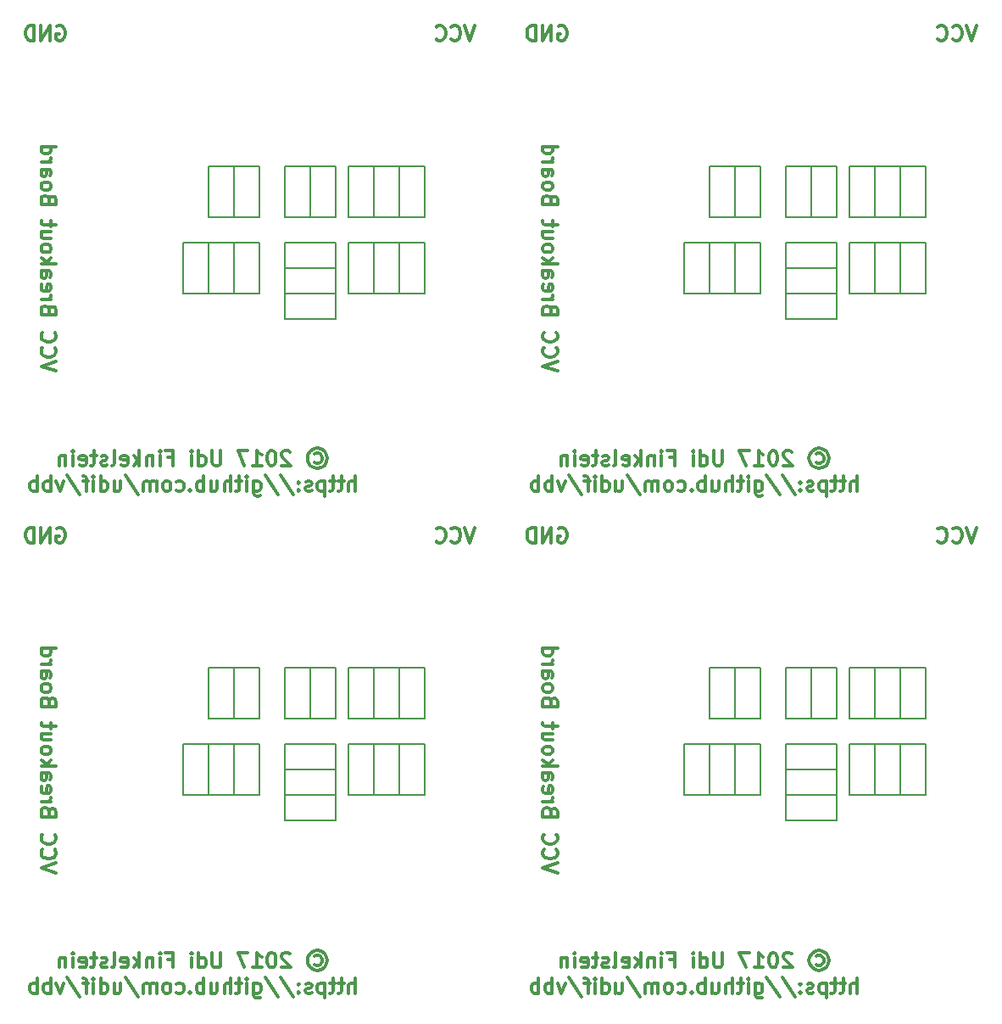
<source format=gbo>
%MOIN*%
%OFA0B0*%
%FSLAX46Y46*%
%IPPOS*%
%LPD*%
%ADD10C,0.0039370078740157488*%
%ADD11C,0.011811023622047244*%
%ADD12C,0.0078740157480314977*%
%ADD23C,0.0039370078740157488*%
%ADD24C,0.011811023622047244*%
%ADD25C,0.0078740157480314977*%
%ADD26C,0.0039370078740157488*%
%ADD27C,0.011811023622047244*%
%ADD28C,0.0078740157480314977*%
%ADD29C,0.0039370078740157488*%
%ADD30C,0.011811023622047244*%
%ADD31C,0.0078740157480314977*%
G01G01*
D10*
D11*
X0000158931Y0001903464D02*
X0000164555Y0001906276D01*
X0000172992Y0001906276D01*
X0000181428Y0001903464D01*
X0000187052Y0001897840D01*
X0000189865Y0001892215D01*
X0000192677Y0001880967D01*
X0000192677Y0001872530D01*
X0000189865Y0001861282D01*
X0000187052Y0001855658D01*
X0000181428Y0001850033D01*
X0000172992Y0001847221D01*
X0000167367Y0001847221D01*
X0000158931Y0001850033D01*
X0000156119Y0001852845D01*
X0000156119Y0001872530D01*
X0000167367Y0001872530D01*
X0000130809Y0001847221D02*
X0000130809Y0001906276D01*
X0000097064Y0001847221D01*
X0000097064Y0001906276D01*
X0000068942Y0001847221D02*
X0000068942Y0001906276D01*
X0000054881Y0001906276D01*
X0000046445Y0001903464D01*
X0000040821Y0001897840D01*
X0000038008Y0001892215D01*
X0000035196Y0001880967D01*
X0000035196Y0001872530D01*
X0000038008Y0001861282D01*
X0000040821Y0001855658D01*
X0000046445Y0001850033D01*
X0000054881Y0001847221D01*
X0000068942Y0001847221D01*
X0001802677Y0001906276D02*
X0001782992Y0001847221D01*
X0001763307Y0001906276D01*
X0001709876Y0001852845D02*
X0001712688Y0001850033D01*
X0001721124Y0001847221D01*
X0001726749Y0001847221D01*
X0001735185Y0001850033D01*
X0001740809Y0001855658D01*
X0001743622Y0001861282D01*
X0001746434Y0001872530D01*
X0001746434Y0001880967D01*
X0001743622Y0001892215D01*
X0001740809Y0001897840D01*
X0001735185Y0001903464D01*
X0001726749Y0001906276D01*
X0001721124Y0001906276D01*
X0001712688Y0001903464D01*
X0001709876Y0001900652D01*
X0001650821Y0001852845D02*
X0001653633Y0001850033D01*
X0001662069Y0001847221D01*
X0001667694Y0001847221D01*
X0001676130Y0001850033D01*
X0001681754Y0001855658D01*
X0001684566Y0001861282D01*
X0001687379Y0001872530D01*
X0001687379Y0001880967D01*
X0001684566Y0001892215D01*
X0001681754Y0001897840D01*
X0001676130Y0001903464D01*
X0001667694Y0001906276D01*
X0001662069Y0001906276D01*
X0001653633Y0001903464D01*
X0001650821Y0001900652D01*
D12*
X0001503937Y0001153937D02*
X0001503937Y0001153937D01*
X0001503937Y0001353937D02*
X0001503937Y0001153937D01*
X0001403937Y0001153937D02*
X0001403937Y0001153937D01*
X0001403937Y0001353937D02*
X0001403937Y0001153937D01*
X0001303937Y0001353937D02*
X0001303937Y0001353937D01*
X0001303937Y0001153937D02*
X0001303937Y0001353937D01*
X0001603937Y0001153937D02*
X0001303937Y0001153937D01*
X0001603937Y0001353937D02*
X0001603937Y0001153937D01*
X0001303937Y0001353937D02*
X0001603937Y0001353937D01*
X0001503937Y0000853937D02*
X0001503937Y0000853937D01*
X0001503937Y0001053937D02*
X0001503937Y0000853937D01*
X0001403937Y0000853937D02*
X0001403937Y0000853937D01*
X0001403937Y0001053937D02*
X0001403937Y0000853937D01*
X0001303937Y0001053937D02*
X0001303937Y0001053937D01*
X0001303937Y0000853937D02*
X0001303937Y0001053937D01*
X0001603937Y0000853937D02*
X0001303937Y0000853937D01*
X0001603937Y0001053937D02*
X0001603937Y0000853937D01*
X0001303937Y0001053937D02*
X0001603937Y0001053937D01*
X0001053937Y0000853937D02*
X0001053937Y0000853937D01*
X0001253937Y0000853937D02*
X0001053937Y0000853937D01*
X0001253937Y0000953937D02*
X0001253937Y0000953937D01*
X0001053937Y0000953937D02*
X0001253937Y0000953937D01*
X0001053937Y0001053937D02*
X0001053937Y0001053937D01*
X0001053937Y0000753937D02*
X0001053937Y0001053937D01*
X0001253937Y0000753937D02*
X0001053937Y0000753937D01*
X0001253937Y0001053937D02*
X0001253937Y0000753937D01*
X0001053937Y0001053937D02*
X0001253937Y0001053937D01*
X0001153937Y0001153937D02*
X0001153937Y0001153937D01*
X0001153937Y0001353937D02*
X0001153937Y0001153937D01*
X0001053937Y0001353937D02*
X0001153937Y0001353937D01*
X0001053937Y0001353937D02*
X0001053937Y0001353937D01*
X0001053937Y0001153937D02*
X0001053937Y0001353937D01*
X0001253937Y0001153937D02*
X0001053937Y0001153937D01*
X0001253937Y0001353937D02*
X0001253937Y0001153937D01*
X0001053937Y0001353937D02*
X0001253937Y0001353937D01*
X0000853937Y0001153937D02*
X0000853937Y0001153937D01*
X0000853937Y0001353937D02*
X0000853937Y0001153937D01*
X0000753937Y0001353937D02*
X0000753937Y0001353937D01*
X0000753937Y0001153937D02*
X0000753937Y0001353937D01*
X0000953937Y0001153937D02*
X0000753937Y0001153937D01*
X0000953937Y0001353937D02*
X0000953937Y0001153937D01*
X0000753937Y0001353937D02*
X0000953937Y0001353937D01*
X0000853937Y0000853937D02*
X0000853937Y0000853937D01*
X0000853937Y0001053937D02*
X0000853937Y0000853937D01*
X0000753937Y0000853937D02*
X0000753937Y0000853937D01*
X0000753937Y0001053937D02*
X0000753937Y0000853937D01*
X0000653937Y0001053937D02*
X0000653937Y0001053937D01*
X0000953937Y0001053937D02*
X0000653937Y0001053937D01*
X0000953937Y0000853937D02*
X0000953937Y0001053937D01*
X0000653937Y0000853937D02*
X0000953937Y0000853937D01*
X0000653937Y0001053937D02*
X0000653937Y0000853937D01*
X0000653937Y0001053937D02*
X0000653937Y0001053937D01*
D11*
X0001172002Y0000222412D02*
X0001177626Y0000225225D01*
X0001188875Y0000225225D01*
X0001194499Y0000222412D01*
X0001200123Y0000216788D01*
X0001202935Y0000211164D01*
X0001202935Y0000199915D01*
X0001200123Y0000194291D01*
X0001194499Y0000188667D01*
X0001188875Y0000185854D01*
X0001177626Y0000185854D01*
X0001172002Y0000188667D01*
X0001183250Y0000244910D02*
X0001197311Y0000242097D01*
X0001211372Y0000233661D01*
X0001219808Y0000219600D01*
X0001222620Y0000205539D01*
X0001219808Y0000191479D01*
X0001211372Y0000177418D01*
X0001197311Y0000168982D01*
X0001183250Y0000166169D01*
X0001169190Y0000168982D01*
X0001155129Y0000177418D01*
X0001146692Y0000191479D01*
X0001143880Y0000205539D01*
X0001146692Y0000219600D01*
X0001155129Y0000233661D01*
X0001169190Y0000242097D01*
X0001183250Y0000244910D01*
X0001076389Y0000230849D02*
X0001073577Y0000233661D01*
X0001067952Y0000236473D01*
X0001053892Y0000236473D01*
X0001048267Y0000233661D01*
X0001045455Y0000230849D01*
X0001042643Y0000225225D01*
X0001042643Y0000219600D01*
X0001045455Y0000211164D01*
X0001079201Y0000177418D01*
X0001042643Y0000177418D01*
X0001006085Y0000236473D02*
X0001000461Y0000236473D01*
X0000994836Y0000233661D01*
X0000992024Y0000230849D01*
X0000989212Y0000225225D01*
X0000986400Y0000213976D01*
X0000986400Y0000199915D01*
X0000989212Y0000188667D01*
X0000992024Y0000183042D01*
X0000994836Y0000180230D01*
X0001000461Y0000177418D01*
X0001006085Y0000177418D01*
X0001011709Y0000180230D01*
X0001014521Y0000183042D01*
X0001017334Y0000188667D01*
X0001020146Y0000199915D01*
X0001020146Y0000213976D01*
X0001017334Y0000225225D01*
X0001014521Y0000230849D01*
X0001011709Y0000233661D01*
X0001006085Y0000236473D01*
X0000930157Y0000177418D02*
X0000963903Y0000177418D01*
X0000947030Y0000177418D02*
X0000947030Y0000236473D01*
X0000952654Y0000228037D01*
X0000958278Y0000222412D01*
X0000963903Y0000219600D01*
X0000910472Y0000236473D02*
X0000871102Y0000236473D01*
X0000896411Y0000177418D01*
X0000803610Y0000236473D02*
X0000803610Y0000188667D01*
X0000800798Y0000183042D01*
X0000797986Y0000180230D01*
X0000792362Y0000177418D01*
X0000781113Y0000177418D01*
X0000775489Y0000180230D01*
X0000772677Y0000183042D01*
X0000769865Y0000188667D01*
X0000769865Y0000236473D01*
X0000716434Y0000177418D02*
X0000716434Y0000236473D01*
X0000716434Y0000180230D02*
X0000722058Y0000177418D01*
X0000733307Y0000177418D01*
X0000738931Y0000180230D01*
X0000741743Y0000183042D01*
X0000744555Y0000188667D01*
X0000744555Y0000205539D01*
X0000741743Y0000211164D01*
X0000738931Y0000213976D01*
X0000733307Y0000216788D01*
X0000722058Y0000216788D01*
X0000716434Y0000213976D01*
X0000688312Y0000177418D02*
X0000688312Y0000216788D01*
X0000688312Y0000236473D02*
X0000691124Y0000233661D01*
X0000688312Y0000230849D01*
X0000685500Y0000233661D01*
X0000688312Y0000236473D01*
X0000688312Y0000230849D01*
X0000595511Y0000208352D02*
X0000615196Y0000208352D01*
X0000615196Y0000177418D02*
X0000615196Y0000236473D01*
X0000587075Y0000236473D01*
X0000564578Y0000177418D02*
X0000564578Y0000216788D01*
X0000564578Y0000236473D02*
X0000567390Y0000233661D01*
X0000564578Y0000230849D01*
X0000561766Y0000233661D01*
X0000564578Y0000236473D01*
X0000564578Y0000230849D01*
X0000536456Y0000216788D02*
X0000536456Y0000177418D01*
X0000536456Y0000211164D02*
X0000533644Y0000213976D01*
X0000528020Y0000216788D01*
X0000519583Y0000216788D01*
X0000513959Y0000213976D01*
X0000511147Y0000208352D01*
X0000511147Y0000177418D01*
X0000483025Y0000177418D02*
X0000483025Y0000236473D01*
X0000477401Y0000199915D02*
X0000460528Y0000177418D01*
X0000460528Y0000216788D02*
X0000483025Y0000194291D01*
X0000412722Y0000180230D02*
X0000418346Y0000177418D01*
X0000429595Y0000177418D01*
X0000435219Y0000180230D01*
X0000438031Y0000185854D01*
X0000438031Y0000208352D01*
X0000435219Y0000213976D01*
X0000429595Y0000216788D01*
X0000418346Y0000216788D01*
X0000412722Y0000213976D01*
X0000409910Y0000208352D01*
X0000409910Y0000202727D01*
X0000438031Y0000197103D01*
X0000376164Y0000177418D02*
X0000381788Y0000180230D01*
X0000384600Y0000185854D01*
X0000384600Y0000236473D01*
X0000356479Y0000180230D02*
X0000350854Y0000177418D01*
X0000339606Y0000177418D01*
X0000333981Y0000180230D01*
X0000331169Y0000185854D01*
X0000331169Y0000188667D01*
X0000333981Y0000194291D01*
X0000339606Y0000197103D01*
X0000348042Y0000197103D01*
X0000353667Y0000199915D01*
X0000356479Y0000205539D01*
X0000356479Y0000208352D01*
X0000353667Y0000213976D01*
X0000348042Y0000216788D01*
X0000339606Y0000216788D01*
X0000333981Y0000213976D01*
X0000314296Y0000216788D02*
X0000291799Y0000216788D01*
X0000305860Y0000236473D02*
X0000305860Y0000185854D01*
X0000303048Y0000180230D01*
X0000297424Y0000177418D01*
X0000291799Y0000177418D01*
X0000249617Y0000180230D02*
X0000255241Y0000177418D01*
X0000266490Y0000177418D01*
X0000272114Y0000180230D01*
X0000274926Y0000185854D01*
X0000274926Y0000208352D01*
X0000272114Y0000213976D01*
X0000266490Y0000216788D01*
X0000255241Y0000216788D01*
X0000249617Y0000213976D01*
X0000246805Y0000208352D01*
X0000246805Y0000202727D01*
X0000274926Y0000197103D01*
X0000221496Y0000177418D02*
X0000221496Y0000216788D01*
X0000221496Y0000236473D02*
X0000224308Y0000233661D01*
X0000221496Y0000230849D01*
X0000218683Y0000233661D01*
X0000221496Y0000236473D01*
X0000221496Y0000230849D01*
X0000193374Y0000216788D02*
X0000193374Y0000177418D01*
X0000193374Y0000211164D02*
X0000190562Y0000213976D01*
X0000184938Y0000216788D01*
X0000176501Y0000216788D01*
X0000170877Y0000213976D01*
X0000168065Y0000208352D01*
X0000168065Y0000177418D01*
X0001332294Y0000077024D02*
X0001332294Y0000136079D01*
X0001306985Y0000077024D02*
X0001306985Y0000107958D01*
X0001309797Y0000113582D01*
X0001315421Y0000116394D01*
X0001323858Y0000116394D01*
X0001329482Y0000113582D01*
X0001332294Y0000110770D01*
X0001287300Y0000116394D02*
X0001264803Y0000116394D01*
X0001278863Y0000136079D02*
X0001278863Y0000085461D01*
X0001276051Y0000079836D01*
X0001270427Y0000077024D01*
X0001264803Y0000077024D01*
X0001253554Y0000116394D02*
X0001231057Y0000116394D01*
X0001245118Y0000136079D02*
X0001245118Y0000085461D01*
X0001242305Y0000079836D01*
X0001236681Y0000077024D01*
X0001231057Y0000077024D01*
X0001211372Y0000116394D02*
X0001211372Y0000057339D01*
X0001211372Y0000113582D02*
X0001205748Y0000116394D01*
X0001194499Y0000116394D01*
X0001188875Y0000113582D01*
X0001186062Y0000110770D01*
X0001183250Y0000105146D01*
X0001183250Y0000088273D01*
X0001186062Y0000082649D01*
X0001188875Y0000079836D01*
X0001194499Y0000077024D01*
X0001205748Y0000077024D01*
X0001211372Y0000079836D01*
X0001160753Y0000079836D02*
X0001155129Y0000077024D01*
X0001143880Y0000077024D01*
X0001138256Y0000079836D01*
X0001135444Y0000085461D01*
X0001135444Y0000088273D01*
X0001138256Y0000093897D01*
X0001143880Y0000096709D01*
X0001152317Y0000096709D01*
X0001157941Y0000099521D01*
X0001160753Y0000105146D01*
X0001160753Y0000107958D01*
X0001157941Y0000113582D01*
X0001152317Y0000116394D01*
X0001143880Y0000116394D01*
X0001138256Y0000113582D01*
X0001110134Y0000082649D02*
X0001107322Y0000079836D01*
X0001110134Y0000077024D01*
X0001112947Y0000079836D01*
X0001110134Y0000082649D01*
X0001110134Y0000077024D01*
X0001110134Y0000113582D02*
X0001107322Y0000110770D01*
X0001110134Y0000107958D01*
X0001112947Y0000110770D01*
X0001110134Y0000113582D01*
X0001110134Y0000107958D01*
X0001039831Y0000138892D02*
X0001090449Y0000062964D01*
X0000977963Y0000138892D02*
X0001028582Y0000062964D01*
X0000932969Y0000116394D02*
X0000932969Y0000068588D01*
X0000935781Y0000062964D01*
X0000938593Y0000060151D01*
X0000944218Y0000057339D01*
X0000952654Y0000057339D01*
X0000958278Y0000060151D01*
X0000932969Y0000079836D02*
X0000938593Y0000077024D01*
X0000949842Y0000077024D01*
X0000955466Y0000079836D01*
X0000958278Y0000082649D01*
X0000961091Y0000088273D01*
X0000961091Y0000105146D01*
X0000958278Y0000110770D01*
X0000955466Y0000113582D01*
X0000949842Y0000116394D01*
X0000938593Y0000116394D01*
X0000932969Y0000113582D01*
X0000904848Y0000077024D02*
X0000904848Y0000116394D01*
X0000904848Y0000136079D02*
X0000907660Y0000133267D01*
X0000904848Y0000130455D01*
X0000902035Y0000133267D01*
X0000904848Y0000136079D01*
X0000904848Y0000130455D01*
X0000885163Y0000116394D02*
X0000862665Y0000116394D01*
X0000876726Y0000136079D02*
X0000876726Y0000085461D01*
X0000873914Y0000079836D01*
X0000868290Y0000077024D01*
X0000862665Y0000077024D01*
X0000842980Y0000077024D02*
X0000842980Y0000136079D01*
X0000817671Y0000077024D02*
X0000817671Y0000107958D01*
X0000820483Y0000113582D01*
X0000826107Y0000116394D01*
X0000834544Y0000116394D01*
X0000840168Y0000113582D01*
X0000842980Y0000110770D01*
X0000764240Y0000116394D02*
X0000764240Y0000077024D01*
X0000789550Y0000116394D02*
X0000789550Y0000085461D01*
X0000786737Y0000079836D01*
X0000781113Y0000077024D01*
X0000772677Y0000077024D01*
X0000767052Y0000079836D01*
X0000764240Y0000082649D01*
X0000736119Y0000077024D02*
X0000736119Y0000136079D01*
X0000736119Y0000113582D02*
X0000730494Y0000116394D01*
X0000719246Y0000116394D01*
X0000713622Y0000113582D01*
X0000710809Y0000110770D01*
X0000707997Y0000105146D01*
X0000707997Y0000088273D01*
X0000710809Y0000082649D01*
X0000713622Y0000079836D01*
X0000719246Y0000077024D01*
X0000730494Y0000077024D01*
X0000736119Y0000079836D01*
X0000682688Y0000082649D02*
X0000679876Y0000079836D01*
X0000682688Y0000077024D01*
X0000685500Y0000079836D01*
X0000682688Y0000082649D01*
X0000682688Y0000077024D01*
X0000629257Y0000079836D02*
X0000634881Y0000077024D01*
X0000646130Y0000077024D01*
X0000651754Y0000079836D01*
X0000654566Y0000082649D01*
X0000657379Y0000088273D01*
X0000657379Y0000105146D01*
X0000654566Y0000110770D01*
X0000651754Y0000113582D01*
X0000646130Y0000116394D01*
X0000634881Y0000116394D01*
X0000629257Y0000113582D01*
X0000595511Y0000077024D02*
X0000601136Y0000079836D01*
X0000603948Y0000082649D01*
X0000606760Y0000088273D01*
X0000606760Y0000105146D01*
X0000603948Y0000110770D01*
X0000601136Y0000113582D01*
X0000595511Y0000116394D01*
X0000587075Y0000116394D01*
X0000581451Y0000113582D01*
X0000578638Y0000110770D01*
X0000575826Y0000105146D01*
X0000575826Y0000088273D01*
X0000578638Y0000082649D01*
X0000581451Y0000079836D01*
X0000587075Y0000077024D01*
X0000595511Y0000077024D01*
X0000550517Y0000077024D02*
X0000550517Y0000116394D01*
X0000550517Y0000110770D02*
X0000547705Y0000113582D01*
X0000542080Y0000116394D01*
X0000533644Y0000116394D01*
X0000528020Y0000113582D01*
X0000525208Y0000107958D01*
X0000525208Y0000077024D01*
X0000525208Y0000107958D02*
X0000522395Y0000113582D01*
X0000516771Y0000116394D01*
X0000508335Y0000116394D01*
X0000502710Y0000113582D01*
X0000499898Y0000107958D01*
X0000499898Y0000077024D01*
X0000429595Y0000138892D02*
X0000480213Y0000062964D01*
X0000384600Y0000116394D02*
X0000384600Y0000077024D01*
X0000409910Y0000116394D02*
X0000409910Y0000085461D01*
X0000407097Y0000079836D01*
X0000401473Y0000077024D01*
X0000393037Y0000077024D01*
X0000387412Y0000079836D01*
X0000384600Y0000082649D01*
X0000331169Y0000077024D02*
X0000331169Y0000136079D01*
X0000331169Y0000079836D02*
X0000336794Y0000077024D01*
X0000348042Y0000077024D01*
X0000353667Y0000079836D01*
X0000356479Y0000082649D01*
X0000359291Y0000088273D01*
X0000359291Y0000105146D01*
X0000356479Y0000110770D01*
X0000353667Y0000113582D01*
X0000348042Y0000116394D01*
X0000336794Y0000116394D01*
X0000331169Y0000113582D01*
X0000303048Y0000077024D02*
X0000303048Y0000116394D01*
X0000303048Y0000136079D02*
X0000305860Y0000133267D01*
X0000303048Y0000130455D01*
X0000300236Y0000133267D01*
X0000303048Y0000136079D01*
X0000303048Y0000130455D01*
X0000283363Y0000116394D02*
X0000260866Y0000116394D01*
X0000274926Y0000077024D02*
X0000274926Y0000127643D01*
X0000272114Y0000133267D01*
X0000266490Y0000136079D01*
X0000260866Y0000136079D01*
X0000198998Y0000138892D02*
X0000249617Y0000062964D01*
X0000184938Y0000116394D02*
X0000170877Y0000077024D01*
X0000156816Y0000116394D01*
X0000134319Y0000077024D02*
X0000134319Y0000136079D01*
X0000134319Y0000113582D02*
X0000128695Y0000116394D01*
X0000117446Y0000116394D01*
X0000111822Y0000113582D01*
X0000109010Y0000110770D01*
X0000106197Y0000105146D01*
X0000106197Y0000088273D01*
X0000109010Y0000082649D01*
X0000111822Y0000079836D01*
X0000117446Y0000077024D01*
X0000128695Y0000077024D01*
X0000134319Y0000079836D01*
X0000080888Y0000077024D02*
X0000080888Y0000136079D01*
X0000080888Y0000113582D02*
X0000075264Y0000116394D01*
X0000064015Y0000116394D01*
X0000058391Y0000113582D01*
X0000055579Y0000110770D01*
X0000052767Y0000105146D01*
X0000052767Y0000088273D01*
X0000055579Y0000082649D01*
X0000058391Y0000079836D01*
X0000064015Y0000077024D01*
X0000075264Y0000077024D01*
X0000080888Y0000079836D01*
X0000156276Y0000548211D02*
X0000097221Y0000567896D01*
X0000156276Y0000587581D01*
X0000102845Y0000641012D02*
X0000100033Y0000638200D01*
X0000097221Y0000629763D01*
X0000097221Y0000624139D01*
X0000100033Y0000615703D01*
X0000105658Y0000610078D01*
X0000111282Y0000607266D01*
X0000122530Y0000604454D01*
X0000130967Y0000604454D01*
X0000142215Y0000607266D01*
X0000147840Y0000610078D01*
X0000153464Y0000615703D01*
X0000156276Y0000624139D01*
X0000156276Y0000629763D01*
X0000153464Y0000638200D01*
X0000150652Y0000641012D01*
X0000102845Y0000700067D02*
X0000100033Y0000697255D01*
X0000097221Y0000688818D01*
X0000097221Y0000683194D01*
X0000100033Y0000674758D01*
X0000105658Y0000669133D01*
X0000111282Y0000666321D01*
X0000122530Y0000663509D01*
X0000130967Y0000663509D01*
X0000142215Y0000666321D01*
X0000147840Y0000669133D01*
X0000153464Y0000674758D01*
X0000156276Y0000683194D01*
X0000156276Y0000688818D01*
X0000153464Y0000697255D01*
X0000150652Y0000700067D01*
X0000128155Y0000790056D02*
X0000125343Y0000798492D01*
X0000122530Y0000801304D01*
X0000116906Y0000804117D01*
X0000108470Y0000804117D01*
X0000102845Y0000801304D01*
X0000100033Y0000798492D01*
X0000097221Y0000792868D01*
X0000097221Y0000770371D01*
X0000156276Y0000770371D01*
X0000156276Y0000790056D01*
X0000153464Y0000795680D01*
X0000150652Y0000798492D01*
X0000145028Y0000801304D01*
X0000139403Y0000801304D01*
X0000133779Y0000798492D01*
X0000130967Y0000795680D01*
X0000128155Y0000790056D01*
X0000128155Y0000770371D01*
X0000097221Y0000829426D02*
X0000136591Y0000829426D01*
X0000125343Y0000829426D02*
X0000130967Y0000832238D01*
X0000133779Y0000835050D01*
X0000136591Y0000840674D01*
X0000136591Y0000846299D01*
X0000100033Y0000888481D02*
X0000097221Y0000882857D01*
X0000097221Y0000871608D01*
X0000100033Y0000865984D01*
X0000105658Y0000863172D01*
X0000128155Y0000863172D01*
X0000133779Y0000865984D01*
X0000136591Y0000871608D01*
X0000136591Y0000882857D01*
X0000133779Y0000888481D01*
X0000128155Y0000891293D01*
X0000122530Y0000891293D01*
X0000116906Y0000863172D01*
X0000097221Y0000941912D02*
X0000128155Y0000941912D01*
X0000133779Y0000939100D01*
X0000136591Y0000933475D01*
X0000136591Y0000922227D01*
X0000133779Y0000916602D01*
X0000100033Y0000941912D02*
X0000097221Y0000936287D01*
X0000097221Y0000922227D01*
X0000100033Y0000916602D01*
X0000105658Y0000913790D01*
X0000111282Y0000913790D01*
X0000116906Y0000916602D01*
X0000119718Y0000922227D01*
X0000119718Y0000936287D01*
X0000122530Y0000941912D01*
X0000097221Y0000970033D02*
X0000156276Y0000970033D01*
X0000119718Y0000975658D02*
X0000097221Y0000992530D01*
X0000136591Y0000992530D02*
X0000114094Y0000970033D01*
X0000097221Y0001026276D02*
X0000100033Y0001020652D01*
X0000102845Y0001017840D01*
X0000108470Y0001015028D01*
X0000125343Y0001015028D01*
X0000130967Y0001017840D01*
X0000133779Y0001020652D01*
X0000136591Y0001026276D01*
X0000136591Y0001034713D01*
X0000133779Y0001040337D01*
X0000130967Y0001043149D01*
X0000125343Y0001045961D01*
X0000108470Y0001045961D01*
X0000102845Y0001043149D01*
X0000100033Y0001040337D01*
X0000097221Y0001034713D01*
X0000097221Y0001026276D01*
X0000136591Y0001096580D02*
X0000097221Y0001096580D01*
X0000136591Y0001071271D02*
X0000105658Y0001071271D01*
X0000100033Y0001074083D01*
X0000097221Y0001079707D01*
X0000097221Y0001088144D01*
X0000100033Y0001093768D01*
X0000102845Y0001096580D01*
X0000136591Y0001116265D02*
X0000136591Y0001138762D01*
X0000156276Y0001124701D02*
X0000105658Y0001124701D01*
X0000100033Y0001127514D01*
X0000097221Y0001133138D01*
X0000097221Y0001138762D01*
X0000128155Y0001223127D02*
X0000125343Y0001231563D01*
X0000122530Y0001234375D01*
X0000116906Y0001237187D01*
X0000108470Y0001237187D01*
X0000102845Y0001234375D01*
X0000100033Y0001231563D01*
X0000097221Y0001225939D01*
X0000097221Y0001203442D01*
X0000156276Y0001203442D01*
X0000156276Y0001223127D01*
X0000153464Y0001228751D01*
X0000150652Y0001231563D01*
X0000145028Y0001234375D01*
X0000139403Y0001234375D01*
X0000133779Y0001231563D01*
X0000130967Y0001228751D01*
X0000128155Y0001223127D01*
X0000128155Y0001203442D01*
X0000097221Y0001270933D02*
X0000100033Y0001265309D01*
X0000102845Y0001262497D01*
X0000108470Y0001259685D01*
X0000125343Y0001259685D01*
X0000130967Y0001262497D01*
X0000133779Y0001265309D01*
X0000136591Y0001270933D01*
X0000136591Y0001279370D01*
X0000133779Y0001284994D01*
X0000130967Y0001287806D01*
X0000125343Y0001290618D01*
X0000108470Y0001290618D01*
X0000102845Y0001287806D01*
X0000100033Y0001284994D01*
X0000097221Y0001279370D01*
X0000097221Y0001270933D01*
X0000097221Y0001341237D02*
X0000128155Y0001341237D01*
X0000133779Y0001338425D01*
X0000136591Y0001332800D01*
X0000136591Y0001321552D01*
X0000133779Y0001315928D01*
X0000100033Y0001341237D02*
X0000097221Y0001335613D01*
X0000097221Y0001321552D01*
X0000100033Y0001315928D01*
X0000105658Y0001313115D01*
X0000111282Y0001313115D01*
X0000116906Y0001315928D01*
X0000119718Y0001321552D01*
X0000119718Y0001335613D01*
X0000122530Y0001341237D01*
X0000097221Y0001369358D02*
X0000136591Y0001369358D01*
X0000125343Y0001369358D02*
X0000130967Y0001372170D01*
X0000133779Y0001374983D01*
X0000136591Y0001380607D01*
X0000136591Y0001386231D01*
X0000097221Y0001431226D02*
X0000156276Y0001431226D01*
X0000100033Y0001431226D02*
X0000097221Y0001425601D01*
X0000097221Y0001414353D01*
X0000100033Y0001408728D01*
X0000102845Y0001405916D01*
X0000108470Y0001403104D01*
X0000125343Y0001403104D01*
X0000130967Y0001405916D01*
X0000133779Y0001408728D01*
X0000136591Y0001414353D01*
X0000136591Y0001425601D01*
X0000133779Y0001431226D01*
G04 next file*
G04 #@! TF.GenerationSoftware,KiCad,Pcbnew,(2017-04-12 revision 02abf1804)-makepkg*
G04 #@! TF.CreationDate,2017-04-21T09:09:19+03:00*
G04 #@! TF.ProjectId,vbb,7662622E6B696361645F706362000000,rev?*
G04 #@! TF.FileFunction,Legend,Bot*
G04 #@! TF.FilePolarity,Positive*
G04 Gerber Fmt 4.6, Leading zero omitted, Abs format (unit mm)*
G04 Created by KiCad (PCBNEW (2017-04-12 revision 02abf1804)-makepkg) date 04/21/17 09:09:19*
G01G01*
G04 APERTURE LIST*
G04 APERTURE END LIST*
D23*
D24*
X0000158931Y0003875905D02*
X0000164555Y0003878717D01*
X0000172992Y0003878717D01*
X0000181428Y0003875905D01*
X0000187052Y0003870281D01*
X0000189865Y0003864656D01*
X0000192677Y0003853408D01*
X0000192677Y0003844971D01*
X0000189865Y0003833723D01*
X0000187052Y0003828099D01*
X0000181428Y0003822474D01*
X0000172992Y0003819662D01*
X0000167367Y0003819662D01*
X0000158931Y0003822474D01*
X0000156119Y0003825286D01*
X0000156119Y0003844971D01*
X0000167367Y0003844971D01*
X0000130809Y0003819662D02*
X0000130809Y0003878717D01*
X0000097064Y0003819662D01*
X0000097064Y0003878717D01*
X0000068942Y0003819662D02*
X0000068942Y0003878717D01*
X0000054881Y0003878717D01*
X0000046445Y0003875905D01*
X0000040821Y0003870281D01*
X0000038008Y0003864656D01*
X0000035196Y0003853408D01*
X0000035196Y0003844971D01*
X0000038008Y0003833723D01*
X0000040821Y0003828099D01*
X0000046445Y0003822474D01*
X0000054881Y0003819662D01*
X0000068942Y0003819662D01*
X0001802677Y0003878717D02*
X0001782992Y0003819662D01*
X0001763307Y0003878717D01*
X0001709876Y0003825286D02*
X0001712688Y0003822474D01*
X0001721124Y0003819662D01*
X0001726749Y0003819662D01*
X0001735185Y0003822474D01*
X0001740809Y0003828099D01*
X0001743622Y0003833723D01*
X0001746434Y0003844971D01*
X0001746434Y0003853408D01*
X0001743622Y0003864656D01*
X0001740809Y0003870281D01*
X0001735185Y0003875905D01*
X0001726749Y0003878717D01*
X0001721124Y0003878717D01*
X0001712688Y0003875905D01*
X0001709876Y0003873093D01*
X0001650821Y0003825286D02*
X0001653633Y0003822474D01*
X0001662069Y0003819662D01*
X0001667694Y0003819662D01*
X0001676130Y0003822474D01*
X0001681754Y0003828099D01*
X0001684566Y0003833723D01*
X0001687379Y0003844971D01*
X0001687379Y0003853408D01*
X0001684566Y0003864656D01*
X0001681754Y0003870281D01*
X0001676130Y0003875905D01*
X0001667694Y0003878717D01*
X0001662069Y0003878717D01*
X0001653633Y0003875905D01*
X0001650821Y0003873093D01*
D25*
X0001503937Y0003126377D02*
X0001503937Y0003126377D01*
X0001503937Y0003326377D02*
X0001503937Y0003126377D01*
X0001403937Y0003126377D02*
X0001403937Y0003126377D01*
X0001403937Y0003326377D02*
X0001403937Y0003126377D01*
X0001303937Y0003326377D02*
X0001303937Y0003326377D01*
X0001303937Y0003126377D02*
X0001303937Y0003326377D01*
X0001603937Y0003126377D02*
X0001303937Y0003126377D01*
X0001603937Y0003326377D02*
X0001603937Y0003126377D01*
X0001303937Y0003326377D02*
X0001603937Y0003326377D01*
X0001503937Y0002826377D02*
X0001503937Y0002826377D01*
X0001503937Y0003026377D02*
X0001503937Y0002826377D01*
X0001403937Y0002826377D02*
X0001403937Y0002826377D01*
X0001403937Y0003026377D02*
X0001403937Y0002826377D01*
X0001303937Y0003026377D02*
X0001303937Y0003026377D01*
X0001303937Y0002826377D02*
X0001303937Y0003026377D01*
X0001603937Y0002826377D02*
X0001303937Y0002826377D01*
X0001603937Y0003026377D02*
X0001603937Y0002826377D01*
X0001303937Y0003026377D02*
X0001603937Y0003026377D01*
X0001053937Y0002826377D02*
X0001053937Y0002826377D01*
X0001253937Y0002826377D02*
X0001053937Y0002826377D01*
X0001253937Y0002926377D02*
X0001253937Y0002926377D01*
X0001053937Y0002926377D02*
X0001253937Y0002926377D01*
X0001053937Y0003026377D02*
X0001053937Y0003026377D01*
X0001053937Y0002726377D02*
X0001053937Y0003026377D01*
X0001253937Y0002726377D02*
X0001053937Y0002726377D01*
X0001253937Y0003026377D02*
X0001253937Y0002726377D01*
X0001053937Y0003026377D02*
X0001253937Y0003026377D01*
X0001153937Y0003126377D02*
X0001153937Y0003126377D01*
X0001153937Y0003326377D02*
X0001153937Y0003126377D01*
X0001053937Y0003326377D02*
X0001153937Y0003326377D01*
X0001053937Y0003326377D02*
X0001053937Y0003326377D01*
X0001053937Y0003126377D02*
X0001053937Y0003326377D01*
X0001253937Y0003126377D02*
X0001053937Y0003126377D01*
X0001253937Y0003326377D02*
X0001253937Y0003126377D01*
X0001053937Y0003326377D02*
X0001253937Y0003326377D01*
X0000853937Y0003126377D02*
X0000853937Y0003126377D01*
X0000853937Y0003326377D02*
X0000853937Y0003126377D01*
X0000753937Y0003326377D02*
X0000753937Y0003326377D01*
X0000753937Y0003126377D02*
X0000753937Y0003326377D01*
X0000953937Y0003126377D02*
X0000753937Y0003126377D01*
X0000953937Y0003326377D02*
X0000953937Y0003126377D01*
X0000753937Y0003326377D02*
X0000953937Y0003326377D01*
X0000853937Y0002826377D02*
X0000853937Y0002826377D01*
X0000853937Y0003026377D02*
X0000853937Y0002826377D01*
X0000753937Y0002826377D02*
X0000753937Y0002826377D01*
X0000753937Y0003026377D02*
X0000753937Y0002826377D01*
X0000653937Y0003026377D02*
X0000653937Y0003026377D01*
X0000953937Y0003026377D02*
X0000653937Y0003026377D01*
X0000953937Y0002826377D02*
X0000953937Y0003026377D01*
X0000653937Y0002826377D02*
X0000953937Y0002826377D01*
X0000653937Y0003026377D02*
X0000653937Y0002826377D01*
X0000653937Y0003026377D02*
X0000653937Y0003026377D01*
D24*
X0001172002Y0002194853D02*
X0001177626Y0002197665D01*
X0001188875Y0002197665D01*
X0001194499Y0002194853D01*
X0001200123Y0002189229D01*
X0001202935Y0002183605D01*
X0001202935Y0002172356D01*
X0001200123Y0002166732D01*
X0001194499Y0002161107D01*
X0001188875Y0002158295D01*
X0001177626Y0002158295D01*
X0001172002Y0002161107D01*
X0001183250Y0002217350D02*
X0001197311Y0002214538D01*
X0001211372Y0002206102D01*
X0001219808Y0002192041D01*
X0001222620Y0002177980D01*
X0001219808Y0002163920D01*
X0001211372Y0002149859D01*
X0001197311Y0002141422D01*
X0001183250Y0002138610D01*
X0001169190Y0002141422D01*
X0001155129Y0002149859D01*
X0001146692Y0002163920D01*
X0001143880Y0002177980D01*
X0001146692Y0002192041D01*
X0001155129Y0002206102D01*
X0001169190Y0002214538D01*
X0001183250Y0002217350D01*
X0001076389Y0002203290D02*
X0001073577Y0002206102D01*
X0001067952Y0002208914D01*
X0001053892Y0002208914D01*
X0001048267Y0002206102D01*
X0001045455Y0002203290D01*
X0001042643Y0002197665D01*
X0001042643Y0002192041D01*
X0001045455Y0002183605D01*
X0001079201Y0002149859D01*
X0001042643Y0002149859D01*
X0001006085Y0002208914D02*
X0001000461Y0002208914D01*
X0000994836Y0002206102D01*
X0000992024Y0002203290D01*
X0000989212Y0002197665D01*
X0000986400Y0002186417D01*
X0000986400Y0002172356D01*
X0000989212Y0002161107D01*
X0000992024Y0002155483D01*
X0000994836Y0002152671D01*
X0001000461Y0002149859D01*
X0001006085Y0002149859D01*
X0001011709Y0002152671D01*
X0001014521Y0002155483D01*
X0001017334Y0002161107D01*
X0001020146Y0002172356D01*
X0001020146Y0002186417D01*
X0001017334Y0002197665D01*
X0001014521Y0002203290D01*
X0001011709Y0002206102D01*
X0001006085Y0002208914D01*
X0000930157Y0002149859D02*
X0000963903Y0002149859D01*
X0000947030Y0002149859D02*
X0000947030Y0002208914D01*
X0000952654Y0002200478D01*
X0000958278Y0002194853D01*
X0000963903Y0002192041D01*
X0000910472Y0002208914D02*
X0000871102Y0002208914D01*
X0000896411Y0002149859D01*
X0000803610Y0002208914D02*
X0000803610Y0002161107D01*
X0000800798Y0002155483D01*
X0000797986Y0002152671D01*
X0000792362Y0002149859D01*
X0000781113Y0002149859D01*
X0000775489Y0002152671D01*
X0000772677Y0002155483D01*
X0000769865Y0002161107D01*
X0000769865Y0002208914D01*
X0000716434Y0002149859D02*
X0000716434Y0002208914D01*
X0000716434Y0002152671D02*
X0000722058Y0002149859D01*
X0000733307Y0002149859D01*
X0000738931Y0002152671D01*
X0000741743Y0002155483D01*
X0000744555Y0002161107D01*
X0000744555Y0002177980D01*
X0000741743Y0002183605D01*
X0000738931Y0002186417D01*
X0000733307Y0002189229D01*
X0000722058Y0002189229D01*
X0000716434Y0002186417D01*
X0000688312Y0002149859D02*
X0000688312Y0002189229D01*
X0000688312Y0002208914D02*
X0000691124Y0002206102D01*
X0000688312Y0002203290D01*
X0000685500Y0002206102D01*
X0000688312Y0002208914D01*
X0000688312Y0002203290D01*
X0000595511Y0002180793D02*
X0000615196Y0002180793D01*
X0000615196Y0002149859D02*
X0000615196Y0002208914D01*
X0000587075Y0002208914D01*
X0000564578Y0002149859D02*
X0000564578Y0002189229D01*
X0000564578Y0002208914D02*
X0000567390Y0002206102D01*
X0000564578Y0002203290D01*
X0000561766Y0002206102D01*
X0000564578Y0002208914D01*
X0000564578Y0002203290D01*
X0000536456Y0002189229D02*
X0000536456Y0002149859D01*
X0000536456Y0002183605D02*
X0000533644Y0002186417D01*
X0000528020Y0002189229D01*
X0000519583Y0002189229D01*
X0000513959Y0002186417D01*
X0000511147Y0002180793D01*
X0000511147Y0002149859D01*
X0000483025Y0002149859D02*
X0000483025Y0002208914D01*
X0000477401Y0002172356D02*
X0000460528Y0002149859D01*
X0000460528Y0002189229D02*
X0000483025Y0002166732D01*
X0000412722Y0002152671D02*
X0000418346Y0002149859D01*
X0000429595Y0002149859D01*
X0000435219Y0002152671D01*
X0000438031Y0002158295D01*
X0000438031Y0002180793D01*
X0000435219Y0002186417D01*
X0000429595Y0002189229D01*
X0000418346Y0002189229D01*
X0000412722Y0002186417D01*
X0000409910Y0002180793D01*
X0000409910Y0002175168D01*
X0000438031Y0002169544D01*
X0000376164Y0002149859D02*
X0000381788Y0002152671D01*
X0000384600Y0002158295D01*
X0000384600Y0002208914D01*
X0000356479Y0002152671D02*
X0000350854Y0002149859D01*
X0000339606Y0002149859D01*
X0000333981Y0002152671D01*
X0000331169Y0002158295D01*
X0000331169Y0002161107D01*
X0000333981Y0002166732D01*
X0000339606Y0002169544D01*
X0000348042Y0002169544D01*
X0000353667Y0002172356D01*
X0000356479Y0002177980D01*
X0000356479Y0002180793D01*
X0000353667Y0002186417D01*
X0000348042Y0002189229D01*
X0000339606Y0002189229D01*
X0000333981Y0002186417D01*
X0000314296Y0002189229D02*
X0000291799Y0002189229D01*
X0000305860Y0002208914D02*
X0000305860Y0002158295D01*
X0000303048Y0002152671D01*
X0000297424Y0002149859D01*
X0000291799Y0002149859D01*
X0000249617Y0002152671D02*
X0000255241Y0002149859D01*
X0000266490Y0002149859D01*
X0000272114Y0002152671D01*
X0000274926Y0002158295D01*
X0000274926Y0002180793D01*
X0000272114Y0002186417D01*
X0000266490Y0002189229D01*
X0000255241Y0002189229D01*
X0000249617Y0002186417D01*
X0000246805Y0002180793D01*
X0000246805Y0002175168D01*
X0000274926Y0002169544D01*
X0000221496Y0002149859D02*
X0000221496Y0002189229D01*
X0000221496Y0002208914D02*
X0000224308Y0002206102D01*
X0000221496Y0002203290D01*
X0000218683Y0002206102D01*
X0000221496Y0002208914D01*
X0000221496Y0002203290D01*
X0000193374Y0002189229D02*
X0000193374Y0002149859D01*
X0000193374Y0002183605D02*
X0000190562Y0002186417D01*
X0000184938Y0002189229D01*
X0000176501Y0002189229D01*
X0000170877Y0002186417D01*
X0000168065Y0002180793D01*
X0000168065Y0002149859D01*
X0001332294Y0002049465D02*
X0001332294Y0002108520D01*
X0001306985Y0002049465D02*
X0001306985Y0002080399D01*
X0001309797Y0002086023D01*
X0001315421Y0002088835D01*
X0001323858Y0002088835D01*
X0001329482Y0002086023D01*
X0001332294Y0002083211D01*
X0001287300Y0002088835D02*
X0001264803Y0002088835D01*
X0001278863Y0002108520D02*
X0001278863Y0002057902D01*
X0001276051Y0002052277D01*
X0001270427Y0002049465D01*
X0001264803Y0002049465D01*
X0001253554Y0002088835D02*
X0001231057Y0002088835D01*
X0001245118Y0002108520D02*
X0001245118Y0002057902D01*
X0001242305Y0002052277D01*
X0001236681Y0002049465D01*
X0001231057Y0002049465D01*
X0001211372Y0002088835D02*
X0001211372Y0002029780D01*
X0001211372Y0002086023D02*
X0001205748Y0002088835D01*
X0001194499Y0002088835D01*
X0001188875Y0002086023D01*
X0001186062Y0002083211D01*
X0001183250Y0002077587D01*
X0001183250Y0002060714D01*
X0001186062Y0002055090D01*
X0001188875Y0002052277D01*
X0001194499Y0002049465D01*
X0001205748Y0002049465D01*
X0001211372Y0002052277D01*
X0001160753Y0002052277D02*
X0001155129Y0002049465D01*
X0001143880Y0002049465D01*
X0001138256Y0002052277D01*
X0001135444Y0002057902D01*
X0001135444Y0002060714D01*
X0001138256Y0002066338D01*
X0001143880Y0002069150D01*
X0001152317Y0002069150D01*
X0001157941Y0002071962D01*
X0001160753Y0002077587D01*
X0001160753Y0002080399D01*
X0001157941Y0002086023D01*
X0001152317Y0002088835D01*
X0001143880Y0002088835D01*
X0001138256Y0002086023D01*
X0001110134Y0002055090D02*
X0001107322Y0002052277D01*
X0001110134Y0002049465D01*
X0001112947Y0002052277D01*
X0001110134Y0002055090D01*
X0001110134Y0002049465D01*
X0001110134Y0002086023D02*
X0001107322Y0002083211D01*
X0001110134Y0002080399D01*
X0001112947Y0002083211D01*
X0001110134Y0002086023D01*
X0001110134Y0002080399D01*
X0001039831Y0002111332D02*
X0001090449Y0002035404D01*
X0000977963Y0002111332D02*
X0001028582Y0002035404D01*
X0000932969Y0002088835D02*
X0000932969Y0002041029D01*
X0000935781Y0002035404D01*
X0000938593Y0002032592D01*
X0000944218Y0002029780D01*
X0000952654Y0002029780D01*
X0000958278Y0002032592D01*
X0000932969Y0002052277D02*
X0000938593Y0002049465D01*
X0000949842Y0002049465D01*
X0000955466Y0002052277D01*
X0000958278Y0002055090D01*
X0000961091Y0002060714D01*
X0000961091Y0002077587D01*
X0000958278Y0002083211D01*
X0000955466Y0002086023D01*
X0000949842Y0002088835D01*
X0000938593Y0002088835D01*
X0000932969Y0002086023D01*
X0000904848Y0002049465D02*
X0000904848Y0002088835D01*
X0000904848Y0002108520D02*
X0000907660Y0002105708D01*
X0000904848Y0002102896D01*
X0000902035Y0002105708D01*
X0000904848Y0002108520D01*
X0000904848Y0002102896D01*
X0000885163Y0002088835D02*
X0000862665Y0002088835D01*
X0000876726Y0002108520D02*
X0000876726Y0002057902D01*
X0000873914Y0002052277D01*
X0000868290Y0002049465D01*
X0000862665Y0002049465D01*
X0000842980Y0002049465D02*
X0000842980Y0002108520D01*
X0000817671Y0002049465D02*
X0000817671Y0002080399D01*
X0000820483Y0002086023D01*
X0000826107Y0002088835D01*
X0000834544Y0002088835D01*
X0000840168Y0002086023D01*
X0000842980Y0002083211D01*
X0000764240Y0002088835D02*
X0000764240Y0002049465D01*
X0000789550Y0002088835D02*
X0000789550Y0002057902D01*
X0000786737Y0002052277D01*
X0000781113Y0002049465D01*
X0000772677Y0002049465D01*
X0000767052Y0002052277D01*
X0000764240Y0002055090D01*
X0000736119Y0002049465D02*
X0000736119Y0002108520D01*
X0000736119Y0002086023D02*
X0000730494Y0002088835D01*
X0000719246Y0002088835D01*
X0000713622Y0002086023D01*
X0000710809Y0002083211D01*
X0000707997Y0002077587D01*
X0000707997Y0002060714D01*
X0000710809Y0002055090D01*
X0000713622Y0002052277D01*
X0000719246Y0002049465D01*
X0000730494Y0002049465D01*
X0000736119Y0002052277D01*
X0000682688Y0002055090D02*
X0000679876Y0002052277D01*
X0000682688Y0002049465D01*
X0000685500Y0002052277D01*
X0000682688Y0002055090D01*
X0000682688Y0002049465D01*
X0000629257Y0002052277D02*
X0000634881Y0002049465D01*
X0000646130Y0002049465D01*
X0000651754Y0002052277D01*
X0000654566Y0002055090D01*
X0000657379Y0002060714D01*
X0000657379Y0002077587D01*
X0000654566Y0002083211D01*
X0000651754Y0002086023D01*
X0000646130Y0002088835D01*
X0000634881Y0002088835D01*
X0000629257Y0002086023D01*
X0000595511Y0002049465D02*
X0000601136Y0002052277D01*
X0000603948Y0002055090D01*
X0000606760Y0002060714D01*
X0000606760Y0002077587D01*
X0000603948Y0002083211D01*
X0000601136Y0002086023D01*
X0000595511Y0002088835D01*
X0000587075Y0002088835D01*
X0000581451Y0002086023D01*
X0000578638Y0002083211D01*
X0000575826Y0002077587D01*
X0000575826Y0002060714D01*
X0000578638Y0002055090D01*
X0000581451Y0002052277D01*
X0000587075Y0002049465D01*
X0000595511Y0002049465D01*
X0000550517Y0002049465D02*
X0000550517Y0002088835D01*
X0000550517Y0002083211D02*
X0000547705Y0002086023D01*
X0000542080Y0002088835D01*
X0000533644Y0002088835D01*
X0000528020Y0002086023D01*
X0000525208Y0002080399D01*
X0000525208Y0002049465D01*
X0000525208Y0002080399D02*
X0000522395Y0002086023D01*
X0000516771Y0002088835D01*
X0000508335Y0002088835D01*
X0000502710Y0002086023D01*
X0000499898Y0002080399D01*
X0000499898Y0002049465D01*
X0000429595Y0002111332D02*
X0000480213Y0002035404D01*
X0000384600Y0002088835D02*
X0000384600Y0002049465D01*
X0000409910Y0002088835D02*
X0000409910Y0002057902D01*
X0000407097Y0002052277D01*
X0000401473Y0002049465D01*
X0000393037Y0002049465D01*
X0000387412Y0002052277D01*
X0000384600Y0002055090D01*
X0000331169Y0002049465D02*
X0000331169Y0002108520D01*
X0000331169Y0002052277D02*
X0000336794Y0002049465D01*
X0000348042Y0002049465D01*
X0000353667Y0002052277D01*
X0000356479Y0002055090D01*
X0000359291Y0002060714D01*
X0000359291Y0002077587D01*
X0000356479Y0002083211D01*
X0000353667Y0002086023D01*
X0000348042Y0002088835D01*
X0000336794Y0002088835D01*
X0000331169Y0002086023D01*
X0000303048Y0002049465D02*
X0000303048Y0002088835D01*
X0000303048Y0002108520D02*
X0000305860Y0002105708D01*
X0000303048Y0002102896D01*
X0000300236Y0002105708D01*
X0000303048Y0002108520D01*
X0000303048Y0002102896D01*
X0000283363Y0002088835D02*
X0000260866Y0002088835D01*
X0000274926Y0002049465D02*
X0000274926Y0002100084D01*
X0000272114Y0002105708D01*
X0000266490Y0002108520D01*
X0000260866Y0002108520D01*
X0000198998Y0002111332D02*
X0000249617Y0002035404D01*
X0000184938Y0002088835D02*
X0000170877Y0002049465D01*
X0000156816Y0002088835D01*
X0000134319Y0002049465D02*
X0000134319Y0002108520D01*
X0000134319Y0002086023D02*
X0000128695Y0002088835D01*
X0000117446Y0002088835D01*
X0000111822Y0002086023D01*
X0000109010Y0002083211D01*
X0000106197Y0002077587D01*
X0000106197Y0002060714D01*
X0000109010Y0002055090D01*
X0000111822Y0002052277D01*
X0000117446Y0002049465D01*
X0000128695Y0002049465D01*
X0000134319Y0002052277D01*
X0000080888Y0002049465D02*
X0000080888Y0002108520D01*
X0000080888Y0002086023D02*
X0000075264Y0002088835D01*
X0000064015Y0002088835D01*
X0000058391Y0002086023D01*
X0000055579Y0002083211D01*
X0000052767Y0002077587D01*
X0000052767Y0002060714D01*
X0000055579Y0002055090D01*
X0000058391Y0002052277D01*
X0000064015Y0002049465D01*
X0000075264Y0002049465D01*
X0000080888Y0002052277D01*
X0000156276Y0002520652D02*
X0000097221Y0002540337D01*
X0000156276Y0002560022D01*
X0000102845Y0002613453D02*
X0000100033Y0002610641D01*
X0000097221Y0002602204D01*
X0000097221Y0002596580D01*
X0000100033Y0002588144D01*
X0000105658Y0002582519D01*
X0000111282Y0002579707D01*
X0000122530Y0002576895D01*
X0000130967Y0002576895D01*
X0000142215Y0002579707D01*
X0000147840Y0002582519D01*
X0000153464Y0002588144D01*
X0000156276Y0002596580D01*
X0000156276Y0002602204D01*
X0000153464Y0002610641D01*
X0000150652Y0002613453D01*
X0000102845Y0002672508D02*
X0000100033Y0002669696D01*
X0000097221Y0002661259D01*
X0000097221Y0002655635D01*
X0000100033Y0002647199D01*
X0000105658Y0002641574D01*
X0000111282Y0002638762D01*
X0000122530Y0002635950D01*
X0000130967Y0002635950D01*
X0000142215Y0002638762D01*
X0000147840Y0002641574D01*
X0000153464Y0002647199D01*
X0000156276Y0002655635D01*
X0000156276Y0002661259D01*
X0000153464Y0002669696D01*
X0000150652Y0002672508D01*
X0000128155Y0002762497D02*
X0000125343Y0002770933D01*
X0000122530Y0002773745D01*
X0000116906Y0002776557D01*
X0000108470Y0002776557D01*
X0000102845Y0002773745D01*
X0000100033Y0002770933D01*
X0000097221Y0002765309D01*
X0000097221Y0002742812D01*
X0000156276Y0002742812D01*
X0000156276Y0002762497D01*
X0000153464Y0002768121D01*
X0000150652Y0002770933D01*
X0000145028Y0002773745D01*
X0000139403Y0002773745D01*
X0000133779Y0002770933D01*
X0000130967Y0002768121D01*
X0000128155Y0002762497D01*
X0000128155Y0002742812D01*
X0000097221Y0002801867D02*
X0000136591Y0002801867D01*
X0000125343Y0002801867D02*
X0000130967Y0002804679D01*
X0000133779Y0002807491D01*
X0000136591Y0002813115D01*
X0000136591Y0002818740D01*
X0000100033Y0002860922D02*
X0000097221Y0002855298D01*
X0000097221Y0002844049D01*
X0000100033Y0002838425D01*
X0000105658Y0002835613D01*
X0000128155Y0002835613D01*
X0000133779Y0002838425D01*
X0000136591Y0002844049D01*
X0000136591Y0002855298D01*
X0000133779Y0002860922D01*
X0000128155Y0002863734D01*
X0000122530Y0002863734D01*
X0000116906Y0002835613D01*
X0000097221Y0002914353D02*
X0000128155Y0002914353D01*
X0000133779Y0002911541D01*
X0000136591Y0002905916D01*
X0000136591Y0002894668D01*
X0000133779Y0002889043D01*
X0000100033Y0002914353D02*
X0000097221Y0002908728D01*
X0000097221Y0002894668D01*
X0000100033Y0002889043D01*
X0000105658Y0002886231D01*
X0000111282Y0002886231D01*
X0000116906Y0002889043D01*
X0000119718Y0002894668D01*
X0000119718Y0002908728D01*
X0000122530Y0002914353D01*
X0000097221Y0002942474D02*
X0000156276Y0002942474D01*
X0000119718Y0002948099D02*
X0000097221Y0002964971D01*
X0000136591Y0002964971D02*
X0000114094Y0002942474D01*
X0000097221Y0002998717D02*
X0000100033Y0002993093D01*
X0000102845Y0002990281D01*
X0000108470Y0002987469D01*
X0000125343Y0002987469D01*
X0000130967Y0002990281D01*
X0000133779Y0002993093D01*
X0000136591Y0002998717D01*
X0000136591Y0003007154D01*
X0000133779Y0003012778D01*
X0000130967Y0003015590D01*
X0000125343Y0003018402D01*
X0000108470Y0003018402D01*
X0000102845Y0003015590D01*
X0000100033Y0003012778D01*
X0000097221Y0003007154D01*
X0000097221Y0002998717D01*
X0000136591Y0003069021D02*
X0000097221Y0003069021D01*
X0000136591Y0003043712D02*
X0000105658Y0003043712D01*
X0000100033Y0003046524D01*
X0000097221Y0003052148D01*
X0000097221Y0003060584D01*
X0000100033Y0003066209D01*
X0000102845Y0003069021D01*
X0000136591Y0003088706D02*
X0000136591Y0003111203D01*
X0000156276Y0003097142D02*
X0000105658Y0003097142D01*
X0000100033Y0003099955D01*
X0000097221Y0003105579D01*
X0000097221Y0003111203D01*
X0000128155Y0003195568D02*
X0000125343Y0003204004D01*
X0000122530Y0003206816D01*
X0000116906Y0003209628D01*
X0000108470Y0003209628D01*
X0000102845Y0003206816D01*
X0000100033Y0003204004D01*
X0000097221Y0003198380D01*
X0000097221Y0003175883D01*
X0000156276Y0003175883D01*
X0000156276Y0003195568D01*
X0000153464Y0003201192D01*
X0000150652Y0003204004D01*
X0000145028Y0003206816D01*
X0000139403Y0003206816D01*
X0000133779Y0003204004D01*
X0000130967Y0003201192D01*
X0000128155Y0003195568D01*
X0000128155Y0003175883D01*
X0000097221Y0003243374D02*
X0000100033Y0003237750D01*
X0000102845Y0003234938D01*
X0000108470Y0003232125D01*
X0000125343Y0003232125D01*
X0000130967Y0003234938D01*
X0000133779Y0003237750D01*
X0000136591Y0003243374D01*
X0000136591Y0003251811D01*
X0000133779Y0003257435D01*
X0000130967Y0003260247D01*
X0000125343Y0003263059D01*
X0000108470Y0003263059D01*
X0000102845Y0003260247D01*
X0000100033Y0003257435D01*
X0000097221Y0003251811D01*
X0000097221Y0003243374D01*
X0000097221Y0003313678D02*
X0000128155Y0003313678D01*
X0000133779Y0003310866D01*
X0000136591Y0003305241D01*
X0000136591Y0003293993D01*
X0000133779Y0003288368D01*
X0000100033Y0003313678D02*
X0000097221Y0003308054D01*
X0000097221Y0003293993D01*
X0000100033Y0003288368D01*
X0000105658Y0003285556D01*
X0000111282Y0003285556D01*
X0000116906Y0003288368D01*
X0000119718Y0003293993D01*
X0000119718Y0003308054D01*
X0000122530Y0003313678D01*
X0000097221Y0003341799D02*
X0000136591Y0003341799D01*
X0000125343Y0003341799D02*
X0000130967Y0003344611D01*
X0000133779Y0003347424D01*
X0000136591Y0003353048D01*
X0000136591Y0003358672D01*
X0000097221Y0003403667D02*
X0000156276Y0003403667D01*
X0000100033Y0003403667D02*
X0000097221Y0003398042D01*
X0000097221Y0003386794D01*
X0000100033Y0003381169D01*
X0000102845Y0003378357D01*
X0000108470Y0003375545D01*
X0000125343Y0003375545D01*
X0000130967Y0003378357D01*
X0000133779Y0003381169D01*
X0000136591Y0003386794D01*
X0000136591Y0003398042D01*
X0000133779Y0003403667D01*
G04 next file*
G04 #@! TF.GenerationSoftware,KiCad,Pcbnew,(2017-04-12 revision 02abf1804)-makepkg*
G04 #@! TF.CreationDate,2017-04-21T09:09:19+03:00*
G04 #@! TF.ProjectId,vbb,7662622E6B696361645F706362000000,rev?*
G04 #@! TF.FileFunction,Legend,Bot*
G04 #@! TF.FilePolarity,Positive*
G04 Gerber Fmt 4.6, Leading zero omitted, Abs format (unit mm)*
G04 Created by KiCad (PCBNEW (2017-04-12 revision 02abf1804)-makepkg) date 04/21/17 09:09:19*
G01G01*
G04 APERTURE LIST*
G04 APERTURE END LIST*
D26*
D27*
X0002131372Y0003875905D02*
X0002136996Y0003878717D01*
X0002145433Y0003878717D01*
X0002153869Y0003875905D01*
X0002159493Y0003870281D01*
X0002162305Y0003864656D01*
X0002165118Y0003853408D01*
X0002165118Y0003844971D01*
X0002162305Y0003833723D01*
X0002159493Y0003828099D01*
X0002153869Y0003822474D01*
X0002145433Y0003819662D01*
X0002139808Y0003819662D01*
X0002131372Y0003822474D01*
X0002128560Y0003825286D01*
X0002128560Y0003844971D01*
X0002139808Y0003844971D01*
X0002103250Y0003819662D02*
X0002103250Y0003878717D01*
X0002069505Y0003819662D01*
X0002069505Y0003878717D01*
X0002041383Y0003819662D02*
X0002041383Y0003878717D01*
X0002027322Y0003878717D01*
X0002018886Y0003875905D01*
X0002013262Y0003870281D01*
X0002010449Y0003864656D01*
X0002007637Y0003853408D01*
X0002007637Y0003844971D01*
X0002010449Y0003833723D01*
X0002013262Y0003828099D01*
X0002018886Y0003822474D01*
X0002027322Y0003819662D01*
X0002041383Y0003819662D01*
X0003775118Y0003878717D02*
X0003755433Y0003819662D01*
X0003735748Y0003878717D01*
X0003682317Y0003825286D02*
X0003685129Y0003822474D01*
X0003693565Y0003819662D01*
X0003699190Y0003819662D01*
X0003707626Y0003822474D01*
X0003713250Y0003828099D01*
X0003716062Y0003833723D01*
X0003718875Y0003844971D01*
X0003718875Y0003853408D01*
X0003716062Y0003864656D01*
X0003713250Y0003870281D01*
X0003707626Y0003875905D01*
X0003699190Y0003878717D01*
X0003693565Y0003878717D01*
X0003685129Y0003875905D01*
X0003682317Y0003873093D01*
X0003623262Y0003825286D02*
X0003626074Y0003822474D01*
X0003634510Y0003819662D01*
X0003640134Y0003819662D01*
X0003648571Y0003822474D01*
X0003654195Y0003828099D01*
X0003657007Y0003833723D01*
X0003659820Y0003844971D01*
X0003659820Y0003853408D01*
X0003657007Y0003864656D01*
X0003654195Y0003870281D01*
X0003648571Y0003875905D01*
X0003640134Y0003878717D01*
X0003634510Y0003878717D01*
X0003626074Y0003875905D01*
X0003623262Y0003873093D01*
D28*
X0003476377Y0003126377D02*
X0003476377Y0003126377D01*
X0003476377Y0003326377D02*
X0003476377Y0003126377D01*
X0003376377Y0003126377D02*
X0003376377Y0003126377D01*
X0003376377Y0003326377D02*
X0003376377Y0003126377D01*
X0003276377Y0003326377D02*
X0003276377Y0003326377D01*
X0003276377Y0003126377D02*
X0003276377Y0003326377D01*
X0003576377Y0003126377D02*
X0003276377Y0003126377D01*
X0003576377Y0003326377D02*
X0003576377Y0003126377D01*
X0003276377Y0003326377D02*
X0003576377Y0003326377D01*
X0003476377Y0002826377D02*
X0003476377Y0002826377D01*
X0003476377Y0003026377D02*
X0003476377Y0002826377D01*
X0003376377Y0002826377D02*
X0003376377Y0002826377D01*
X0003376377Y0003026377D02*
X0003376377Y0002826377D01*
X0003276377Y0003026377D02*
X0003276377Y0003026377D01*
X0003276377Y0002826377D02*
X0003276377Y0003026377D01*
X0003576377Y0002826377D02*
X0003276377Y0002826377D01*
X0003576377Y0003026377D02*
X0003576377Y0002826377D01*
X0003276377Y0003026377D02*
X0003576377Y0003026377D01*
X0003026377Y0002826377D02*
X0003026377Y0002826377D01*
X0003226377Y0002826377D02*
X0003026377Y0002826377D01*
X0003226377Y0002926377D02*
X0003226377Y0002926377D01*
X0003026377Y0002926377D02*
X0003226377Y0002926377D01*
X0003026377Y0003026377D02*
X0003026377Y0003026377D01*
X0003026377Y0002726377D02*
X0003026377Y0003026377D01*
X0003226377Y0002726377D02*
X0003026377Y0002726377D01*
X0003226377Y0003026377D02*
X0003226377Y0002726377D01*
X0003026377Y0003026377D02*
X0003226377Y0003026377D01*
X0003126377Y0003126377D02*
X0003126377Y0003126377D01*
X0003126377Y0003326377D02*
X0003126377Y0003126377D01*
X0003026377Y0003326377D02*
X0003126377Y0003326377D01*
X0003026377Y0003326377D02*
X0003026377Y0003326377D01*
X0003026377Y0003126377D02*
X0003026377Y0003326377D01*
X0003226377Y0003126377D02*
X0003026377Y0003126377D01*
X0003226377Y0003326377D02*
X0003226377Y0003126377D01*
X0003026377Y0003326377D02*
X0003226377Y0003326377D01*
X0002826377Y0003126377D02*
X0002826377Y0003126377D01*
X0002826377Y0003326377D02*
X0002826377Y0003126377D01*
X0002726377Y0003326377D02*
X0002726377Y0003326377D01*
X0002726377Y0003126377D02*
X0002726377Y0003326377D01*
X0002926377Y0003126377D02*
X0002726377Y0003126377D01*
X0002926377Y0003326377D02*
X0002926377Y0003126377D01*
X0002726377Y0003326377D02*
X0002926377Y0003326377D01*
X0002826377Y0002826377D02*
X0002826377Y0002826377D01*
X0002826377Y0003026377D02*
X0002826377Y0002826377D01*
X0002726377Y0002826377D02*
X0002726377Y0002826377D01*
X0002726377Y0003026377D02*
X0002726377Y0002826377D01*
X0002626377Y0003026377D02*
X0002626377Y0003026377D01*
X0002926377Y0003026377D02*
X0002626377Y0003026377D01*
X0002926377Y0002826377D02*
X0002926377Y0003026377D01*
X0002626377Y0002826377D02*
X0002926377Y0002826377D01*
X0002626377Y0003026377D02*
X0002626377Y0002826377D01*
X0002626377Y0003026377D02*
X0002626377Y0003026377D01*
D27*
X0003144443Y0002194853D02*
X0003150067Y0002197665D01*
X0003161316Y0002197665D01*
X0003166940Y0002194853D01*
X0003172564Y0002189229D01*
X0003175376Y0002183605D01*
X0003175376Y0002172356D01*
X0003172564Y0002166732D01*
X0003166940Y0002161107D01*
X0003161316Y0002158295D01*
X0003150067Y0002158295D01*
X0003144443Y0002161107D01*
X0003155691Y0002217350D02*
X0003169752Y0002214538D01*
X0003183813Y0002206102D01*
X0003192249Y0002192041D01*
X0003195061Y0002177980D01*
X0003192249Y0002163920D01*
X0003183813Y0002149859D01*
X0003169752Y0002141422D01*
X0003155691Y0002138610D01*
X0003141631Y0002141422D01*
X0003127570Y0002149859D01*
X0003119133Y0002163920D01*
X0003116321Y0002177980D01*
X0003119133Y0002192041D01*
X0003127570Y0002206102D01*
X0003141631Y0002214538D01*
X0003155691Y0002217350D01*
X0003048830Y0002203290D02*
X0003046017Y0002206102D01*
X0003040393Y0002208914D01*
X0003026332Y0002208914D01*
X0003020708Y0002206102D01*
X0003017896Y0002203290D01*
X0003015084Y0002197665D01*
X0003015084Y0002192041D01*
X0003017896Y0002183605D01*
X0003051642Y0002149859D01*
X0003015084Y0002149859D01*
X0002978526Y0002208914D02*
X0002972902Y0002208914D01*
X0002967277Y0002206102D01*
X0002964465Y0002203290D01*
X0002961653Y0002197665D01*
X0002958841Y0002186417D01*
X0002958841Y0002172356D01*
X0002961653Y0002161107D01*
X0002964465Y0002155483D01*
X0002967277Y0002152671D01*
X0002972902Y0002149859D01*
X0002978526Y0002149859D01*
X0002984150Y0002152671D01*
X0002986962Y0002155483D01*
X0002989775Y0002161107D01*
X0002992587Y0002172356D01*
X0002992587Y0002186417D01*
X0002989775Y0002197665D01*
X0002986962Y0002203290D01*
X0002984150Y0002206102D01*
X0002978526Y0002208914D01*
X0002902598Y0002149859D02*
X0002936344Y0002149859D01*
X0002919471Y0002149859D02*
X0002919471Y0002208914D01*
X0002925095Y0002200478D01*
X0002930719Y0002194853D01*
X0002936344Y0002192041D01*
X0002882913Y0002208914D02*
X0002843543Y0002208914D01*
X0002868852Y0002149859D01*
X0002776051Y0002208914D02*
X0002776051Y0002161107D01*
X0002773239Y0002155483D01*
X0002770427Y0002152671D01*
X0002764803Y0002149859D01*
X0002753554Y0002149859D01*
X0002747930Y0002152671D01*
X0002745118Y0002155483D01*
X0002742305Y0002161107D01*
X0002742305Y0002208914D01*
X0002688875Y0002149859D02*
X0002688875Y0002208914D01*
X0002688875Y0002152671D02*
X0002694499Y0002149859D01*
X0002705748Y0002149859D01*
X0002711372Y0002152671D01*
X0002714184Y0002155483D01*
X0002716996Y0002161107D01*
X0002716996Y0002177980D01*
X0002714184Y0002183605D01*
X0002711372Y0002186417D01*
X0002705748Y0002189229D01*
X0002694499Y0002189229D01*
X0002688875Y0002186417D01*
X0002660753Y0002149859D02*
X0002660753Y0002189229D01*
X0002660753Y0002208914D02*
X0002663565Y0002206102D01*
X0002660753Y0002203290D01*
X0002657941Y0002206102D01*
X0002660753Y0002208914D01*
X0002660753Y0002203290D01*
X0002567952Y0002180793D02*
X0002587637Y0002180793D01*
X0002587637Y0002149859D02*
X0002587637Y0002208914D01*
X0002559516Y0002208914D01*
X0002537019Y0002149859D02*
X0002537019Y0002189229D01*
X0002537019Y0002208914D02*
X0002539831Y0002206102D01*
X0002537019Y0002203290D01*
X0002534206Y0002206102D01*
X0002537019Y0002208914D01*
X0002537019Y0002203290D01*
X0002508897Y0002189229D02*
X0002508897Y0002149859D01*
X0002508897Y0002183605D02*
X0002506085Y0002186417D01*
X0002500461Y0002189229D01*
X0002492024Y0002189229D01*
X0002486400Y0002186417D01*
X0002483588Y0002180793D01*
X0002483588Y0002149859D01*
X0002455466Y0002149859D02*
X0002455466Y0002208914D01*
X0002449842Y0002172356D02*
X0002432969Y0002149859D01*
X0002432969Y0002189229D02*
X0002455466Y0002166732D01*
X0002385163Y0002152671D02*
X0002390787Y0002149859D01*
X0002402035Y0002149859D01*
X0002407660Y0002152671D01*
X0002410472Y0002158295D01*
X0002410472Y0002180793D01*
X0002407660Y0002186417D01*
X0002402035Y0002189229D01*
X0002390787Y0002189229D01*
X0002385163Y0002186417D01*
X0002382350Y0002180793D01*
X0002382350Y0002175168D01*
X0002410472Y0002169544D01*
X0002348605Y0002149859D02*
X0002354229Y0002152671D01*
X0002357041Y0002158295D01*
X0002357041Y0002208914D01*
X0002328920Y0002152671D02*
X0002323295Y0002149859D01*
X0002312047Y0002149859D01*
X0002306422Y0002152671D01*
X0002303610Y0002158295D01*
X0002303610Y0002161107D01*
X0002306422Y0002166732D01*
X0002312047Y0002169544D01*
X0002320483Y0002169544D01*
X0002326107Y0002172356D01*
X0002328920Y0002177980D01*
X0002328920Y0002180793D01*
X0002326107Y0002186417D01*
X0002320483Y0002189229D01*
X0002312047Y0002189229D01*
X0002306422Y0002186417D01*
X0002286737Y0002189229D02*
X0002264240Y0002189229D01*
X0002278301Y0002208914D02*
X0002278301Y0002158295D01*
X0002275489Y0002152671D01*
X0002269865Y0002149859D01*
X0002264240Y0002149859D01*
X0002222058Y0002152671D02*
X0002227682Y0002149859D01*
X0002238931Y0002149859D01*
X0002244555Y0002152671D01*
X0002247367Y0002158295D01*
X0002247367Y0002180793D01*
X0002244555Y0002186417D01*
X0002238931Y0002189229D01*
X0002227682Y0002189229D01*
X0002222058Y0002186417D01*
X0002219246Y0002180793D01*
X0002219246Y0002175168D01*
X0002247367Y0002169544D01*
X0002193937Y0002149859D02*
X0002193937Y0002189229D01*
X0002193937Y0002208914D02*
X0002196749Y0002206102D01*
X0002193937Y0002203290D01*
X0002191124Y0002206102D01*
X0002193937Y0002208914D01*
X0002193937Y0002203290D01*
X0002165815Y0002189229D02*
X0002165815Y0002149859D01*
X0002165815Y0002183605D02*
X0002163003Y0002186417D01*
X0002157379Y0002189229D01*
X0002148942Y0002189229D01*
X0002143318Y0002186417D01*
X0002140506Y0002180793D01*
X0002140506Y0002149859D01*
X0003304735Y0002049465D02*
X0003304735Y0002108520D01*
X0003279426Y0002049465D02*
X0003279426Y0002080399D01*
X0003282238Y0002086023D01*
X0003287862Y0002088835D01*
X0003296299Y0002088835D01*
X0003301923Y0002086023D01*
X0003304735Y0002083211D01*
X0003259741Y0002088835D02*
X0003237244Y0002088835D01*
X0003251304Y0002108520D02*
X0003251304Y0002057902D01*
X0003248492Y0002052277D01*
X0003242868Y0002049465D01*
X0003237244Y0002049465D01*
X0003225995Y0002088835D02*
X0003203498Y0002088835D01*
X0003217559Y0002108520D02*
X0003217559Y0002057902D01*
X0003214746Y0002052277D01*
X0003209122Y0002049465D01*
X0003203498Y0002049465D01*
X0003183813Y0002088835D02*
X0003183813Y0002029780D01*
X0003183813Y0002086023D02*
X0003178188Y0002088835D01*
X0003166940Y0002088835D01*
X0003161316Y0002086023D01*
X0003158503Y0002083211D01*
X0003155691Y0002077587D01*
X0003155691Y0002060714D01*
X0003158503Y0002055090D01*
X0003161316Y0002052277D01*
X0003166940Y0002049465D01*
X0003178188Y0002049465D01*
X0003183813Y0002052277D01*
X0003133194Y0002052277D02*
X0003127570Y0002049465D01*
X0003116321Y0002049465D01*
X0003110697Y0002052277D01*
X0003107885Y0002057902D01*
X0003107885Y0002060714D01*
X0003110697Y0002066338D01*
X0003116321Y0002069150D01*
X0003124758Y0002069150D01*
X0003130382Y0002071962D01*
X0003133194Y0002077587D01*
X0003133194Y0002080399D01*
X0003130382Y0002086023D01*
X0003124758Y0002088835D01*
X0003116321Y0002088835D01*
X0003110697Y0002086023D01*
X0003082575Y0002055090D02*
X0003079763Y0002052277D01*
X0003082575Y0002049465D01*
X0003085388Y0002052277D01*
X0003082575Y0002055090D01*
X0003082575Y0002049465D01*
X0003082575Y0002086023D02*
X0003079763Y0002083211D01*
X0003082575Y0002080399D01*
X0003085388Y0002083211D01*
X0003082575Y0002086023D01*
X0003082575Y0002080399D01*
X0003012272Y0002111332D02*
X0003062890Y0002035404D01*
X0002950404Y0002111332D02*
X0003001023Y0002035404D01*
X0002905410Y0002088835D02*
X0002905410Y0002041029D01*
X0002908222Y0002035404D01*
X0002911034Y0002032592D01*
X0002916659Y0002029780D01*
X0002925095Y0002029780D01*
X0002930719Y0002032592D01*
X0002905410Y0002052277D02*
X0002911034Y0002049465D01*
X0002922283Y0002049465D01*
X0002927907Y0002052277D01*
X0002930719Y0002055090D01*
X0002933532Y0002060714D01*
X0002933532Y0002077587D01*
X0002930719Y0002083211D01*
X0002927907Y0002086023D01*
X0002922283Y0002088835D01*
X0002911034Y0002088835D01*
X0002905410Y0002086023D01*
X0002877289Y0002049465D02*
X0002877289Y0002088835D01*
X0002877289Y0002108520D02*
X0002880101Y0002105708D01*
X0002877289Y0002102896D01*
X0002874476Y0002105708D01*
X0002877289Y0002108520D01*
X0002877289Y0002102896D01*
X0002857604Y0002088835D02*
X0002835106Y0002088835D01*
X0002849167Y0002108520D02*
X0002849167Y0002057902D01*
X0002846355Y0002052277D01*
X0002840731Y0002049465D01*
X0002835106Y0002049465D01*
X0002815421Y0002049465D02*
X0002815421Y0002108520D01*
X0002790112Y0002049465D02*
X0002790112Y0002080399D01*
X0002792924Y0002086023D01*
X0002798548Y0002088835D01*
X0002806985Y0002088835D01*
X0002812609Y0002086023D01*
X0002815421Y0002083211D01*
X0002736681Y0002088835D02*
X0002736681Y0002049465D01*
X0002761990Y0002088835D02*
X0002761990Y0002057902D01*
X0002759178Y0002052277D01*
X0002753554Y0002049465D01*
X0002745118Y0002049465D01*
X0002739493Y0002052277D01*
X0002736681Y0002055090D01*
X0002708560Y0002049465D02*
X0002708560Y0002108520D01*
X0002708560Y0002086023D02*
X0002702935Y0002088835D01*
X0002691687Y0002088835D01*
X0002686062Y0002086023D01*
X0002683250Y0002083211D01*
X0002680438Y0002077587D01*
X0002680438Y0002060714D01*
X0002683250Y0002055090D01*
X0002686062Y0002052277D01*
X0002691687Y0002049465D01*
X0002702935Y0002049465D01*
X0002708560Y0002052277D01*
X0002655129Y0002055090D02*
X0002652317Y0002052277D01*
X0002655129Y0002049465D01*
X0002657941Y0002052277D01*
X0002655129Y0002055090D01*
X0002655129Y0002049465D01*
X0002601698Y0002052277D02*
X0002607322Y0002049465D01*
X0002618571Y0002049465D01*
X0002624195Y0002052277D01*
X0002627007Y0002055090D01*
X0002629820Y0002060714D01*
X0002629820Y0002077587D01*
X0002627007Y0002083211D01*
X0002624195Y0002086023D01*
X0002618571Y0002088835D01*
X0002607322Y0002088835D01*
X0002601698Y0002086023D01*
X0002567952Y0002049465D02*
X0002573577Y0002052277D01*
X0002576389Y0002055090D01*
X0002579201Y0002060714D01*
X0002579201Y0002077587D01*
X0002576389Y0002083211D01*
X0002573577Y0002086023D01*
X0002567952Y0002088835D01*
X0002559516Y0002088835D01*
X0002553892Y0002086023D01*
X0002551079Y0002083211D01*
X0002548267Y0002077587D01*
X0002548267Y0002060714D01*
X0002551079Y0002055090D01*
X0002553892Y0002052277D01*
X0002559516Y0002049465D01*
X0002567952Y0002049465D01*
X0002522958Y0002049465D02*
X0002522958Y0002088835D01*
X0002522958Y0002083211D02*
X0002520146Y0002086023D01*
X0002514521Y0002088835D01*
X0002506085Y0002088835D01*
X0002500461Y0002086023D01*
X0002497649Y0002080399D01*
X0002497649Y0002049465D01*
X0002497649Y0002080399D02*
X0002494836Y0002086023D01*
X0002489212Y0002088835D01*
X0002480776Y0002088835D01*
X0002475151Y0002086023D01*
X0002472339Y0002080399D01*
X0002472339Y0002049465D01*
X0002402035Y0002111332D02*
X0002452654Y0002035404D01*
X0002357041Y0002088835D02*
X0002357041Y0002049465D01*
X0002382350Y0002088835D02*
X0002382350Y0002057902D01*
X0002379538Y0002052277D01*
X0002373914Y0002049465D01*
X0002365478Y0002049465D01*
X0002359853Y0002052277D01*
X0002357041Y0002055090D01*
X0002303610Y0002049465D02*
X0002303610Y0002108520D01*
X0002303610Y0002052277D02*
X0002309235Y0002049465D01*
X0002320483Y0002049465D01*
X0002326107Y0002052277D01*
X0002328920Y0002055090D01*
X0002331732Y0002060714D01*
X0002331732Y0002077587D01*
X0002328920Y0002083211D01*
X0002326107Y0002086023D01*
X0002320483Y0002088835D01*
X0002309235Y0002088835D01*
X0002303610Y0002086023D01*
X0002275489Y0002049465D02*
X0002275489Y0002088835D01*
X0002275489Y0002108520D02*
X0002278301Y0002105708D01*
X0002275489Y0002102896D01*
X0002272677Y0002105708D01*
X0002275489Y0002108520D01*
X0002275489Y0002102896D01*
X0002255804Y0002088835D02*
X0002233307Y0002088835D01*
X0002247367Y0002049465D02*
X0002247367Y0002100084D01*
X0002244555Y0002105708D01*
X0002238931Y0002108520D01*
X0002233307Y0002108520D01*
X0002171439Y0002111332D02*
X0002222058Y0002035404D01*
X0002157379Y0002088835D02*
X0002143318Y0002049465D01*
X0002129257Y0002088835D01*
X0002106760Y0002049465D02*
X0002106760Y0002108520D01*
X0002106760Y0002086023D02*
X0002101136Y0002088835D01*
X0002089887Y0002088835D01*
X0002084263Y0002086023D01*
X0002081451Y0002083211D01*
X0002078638Y0002077587D01*
X0002078638Y0002060714D01*
X0002081451Y0002055090D01*
X0002084263Y0002052277D01*
X0002089887Y0002049465D01*
X0002101136Y0002049465D01*
X0002106760Y0002052277D01*
X0002053329Y0002049465D02*
X0002053329Y0002108520D01*
X0002053329Y0002086023D02*
X0002047705Y0002088835D01*
X0002036456Y0002088835D01*
X0002030832Y0002086023D01*
X0002028020Y0002083211D01*
X0002025208Y0002077587D01*
X0002025208Y0002060714D01*
X0002028020Y0002055090D01*
X0002030832Y0002052277D01*
X0002036456Y0002049465D01*
X0002047705Y0002049465D01*
X0002053329Y0002052277D01*
X0002128717Y0002520652D02*
X0002069662Y0002540337D01*
X0002128717Y0002560022D01*
X0002075286Y0002613453D02*
X0002072474Y0002610641D01*
X0002069662Y0002602204D01*
X0002069662Y0002596580D01*
X0002072474Y0002588144D01*
X0002078098Y0002582519D01*
X0002083723Y0002579707D01*
X0002094971Y0002576895D01*
X0002103408Y0002576895D01*
X0002114656Y0002579707D01*
X0002120281Y0002582519D01*
X0002125905Y0002588144D01*
X0002128717Y0002596580D01*
X0002128717Y0002602204D01*
X0002125905Y0002610641D01*
X0002123093Y0002613453D01*
X0002075286Y0002672508D02*
X0002072474Y0002669696D01*
X0002069662Y0002661259D01*
X0002069662Y0002655635D01*
X0002072474Y0002647199D01*
X0002078098Y0002641574D01*
X0002083723Y0002638762D01*
X0002094971Y0002635950D01*
X0002103408Y0002635950D01*
X0002114656Y0002638762D01*
X0002120281Y0002641574D01*
X0002125905Y0002647199D01*
X0002128717Y0002655635D01*
X0002128717Y0002661259D01*
X0002125905Y0002669696D01*
X0002123093Y0002672508D01*
X0002100596Y0002762497D02*
X0002097784Y0002770933D01*
X0002094971Y0002773745D01*
X0002089347Y0002776557D01*
X0002080911Y0002776557D01*
X0002075286Y0002773745D01*
X0002072474Y0002770933D01*
X0002069662Y0002765309D01*
X0002069662Y0002742812D01*
X0002128717Y0002742812D01*
X0002128717Y0002762497D01*
X0002125905Y0002768121D01*
X0002123093Y0002770933D01*
X0002117469Y0002773745D01*
X0002111844Y0002773745D01*
X0002106220Y0002770933D01*
X0002103408Y0002768121D01*
X0002100596Y0002762497D01*
X0002100596Y0002742812D01*
X0002069662Y0002801867D02*
X0002109032Y0002801867D01*
X0002097784Y0002801867D02*
X0002103408Y0002804679D01*
X0002106220Y0002807491D01*
X0002109032Y0002813115D01*
X0002109032Y0002818740D01*
X0002072474Y0002860922D02*
X0002069662Y0002855298D01*
X0002069662Y0002844049D01*
X0002072474Y0002838425D01*
X0002078098Y0002835613D01*
X0002100596Y0002835613D01*
X0002106220Y0002838425D01*
X0002109032Y0002844049D01*
X0002109032Y0002855298D01*
X0002106220Y0002860922D01*
X0002100596Y0002863734D01*
X0002094971Y0002863734D01*
X0002089347Y0002835613D01*
X0002069662Y0002914353D02*
X0002100596Y0002914353D01*
X0002106220Y0002911541D01*
X0002109032Y0002905916D01*
X0002109032Y0002894668D01*
X0002106220Y0002889043D01*
X0002072474Y0002914353D02*
X0002069662Y0002908728D01*
X0002069662Y0002894668D01*
X0002072474Y0002889043D01*
X0002078098Y0002886231D01*
X0002083723Y0002886231D01*
X0002089347Y0002889043D01*
X0002092159Y0002894668D01*
X0002092159Y0002908728D01*
X0002094971Y0002914353D01*
X0002069662Y0002942474D02*
X0002128717Y0002942474D01*
X0002092159Y0002948099D02*
X0002069662Y0002964971D01*
X0002109032Y0002964971D02*
X0002086535Y0002942474D01*
X0002069662Y0002998717D02*
X0002072474Y0002993093D01*
X0002075286Y0002990281D01*
X0002080911Y0002987469D01*
X0002097784Y0002987469D01*
X0002103408Y0002990281D01*
X0002106220Y0002993093D01*
X0002109032Y0002998717D01*
X0002109032Y0003007154D01*
X0002106220Y0003012778D01*
X0002103408Y0003015590D01*
X0002097784Y0003018402D01*
X0002080911Y0003018402D01*
X0002075286Y0003015590D01*
X0002072474Y0003012778D01*
X0002069662Y0003007154D01*
X0002069662Y0002998717D01*
X0002109032Y0003069021D02*
X0002069662Y0003069021D01*
X0002109032Y0003043712D02*
X0002078098Y0003043712D01*
X0002072474Y0003046524D01*
X0002069662Y0003052148D01*
X0002069662Y0003060584D01*
X0002072474Y0003066209D01*
X0002075286Y0003069021D01*
X0002109032Y0003088706D02*
X0002109032Y0003111203D01*
X0002128717Y0003097142D02*
X0002078098Y0003097142D01*
X0002072474Y0003099955D01*
X0002069662Y0003105579D01*
X0002069662Y0003111203D01*
X0002100596Y0003195568D02*
X0002097784Y0003204004D01*
X0002094971Y0003206816D01*
X0002089347Y0003209628D01*
X0002080911Y0003209628D01*
X0002075286Y0003206816D01*
X0002072474Y0003204004D01*
X0002069662Y0003198380D01*
X0002069662Y0003175883D01*
X0002128717Y0003175883D01*
X0002128717Y0003195568D01*
X0002125905Y0003201192D01*
X0002123093Y0003204004D01*
X0002117469Y0003206816D01*
X0002111844Y0003206816D01*
X0002106220Y0003204004D01*
X0002103408Y0003201192D01*
X0002100596Y0003195568D01*
X0002100596Y0003175883D01*
X0002069662Y0003243374D02*
X0002072474Y0003237750D01*
X0002075286Y0003234938D01*
X0002080911Y0003232125D01*
X0002097784Y0003232125D01*
X0002103408Y0003234938D01*
X0002106220Y0003237750D01*
X0002109032Y0003243374D01*
X0002109032Y0003251811D01*
X0002106220Y0003257435D01*
X0002103408Y0003260247D01*
X0002097784Y0003263059D01*
X0002080911Y0003263059D01*
X0002075286Y0003260247D01*
X0002072474Y0003257435D01*
X0002069662Y0003251811D01*
X0002069662Y0003243374D01*
X0002069662Y0003313678D02*
X0002100596Y0003313678D01*
X0002106220Y0003310866D01*
X0002109032Y0003305241D01*
X0002109032Y0003293993D01*
X0002106220Y0003288368D01*
X0002072474Y0003313678D02*
X0002069662Y0003308054D01*
X0002069662Y0003293993D01*
X0002072474Y0003288368D01*
X0002078098Y0003285556D01*
X0002083723Y0003285556D01*
X0002089347Y0003288368D01*
X0002092159Y0003293993D01*
X0002092159Y0003308054D01*
X0002094971Y0003313678D01*
X0002069662Y0003341799D02*
X0002109032Y0003341799D01*
X0002097784Y0003341799D02*
X0002103408Y0003344611D01*
X0002106220Y0003347424D01*
X0002109032Y0003353048D01*
X0002109032Y0003358672D01*
X0002069662Y0003403667D02*
X0002128717Y0003403667D01*
X0002072474Y0003403667D02*
X0002069662Y0003398042D01*
X0002069662Y0003386794D01*
X0002072474Y0003381169D01*
X0002075286Y0003378357D01*
X0002080911Y0003375545D01*
X0002097784Y0003375545D01*
X0002103408Y0003378357D01*
X0002106220Y0003381169D01*
X0002109032Y0003386794D01*
X0002109032Y0003398042D01*
X0002106220Y0003403667D01*
G04 next file*
G04 #@! TF.GenerationSoftware,KiCad,Pcbnew,(2017-04-12 revision 02abf1804)-makepkg*
G04 #@! TF.CreationDate,2017-04-21T09:09:19+03:00*
G04 #@! TF.ProjectId,vbb,7662622E6B696361645F706362000000,rev?*
G04 #@! TF.FileFunction,Legend,Bot*
G04 #@! TF.FilePolarity,Positive*
G04 Gerber Fmt 4.6, Leading zero omitted, Abs format (unit mm)*
G04 Created by KiCad (PCBNEW (2017-04-12 revision 02abf1804)-makepkg) date 04/21/17 09:09:19*
G01G01*
G04 APERTURE LIST*
G04 APERTURE END LIST*
D29*
D30*
X0002131372Y0001903464D02*
X0002136996Y0001906276D01*
X0002145433Y0001906276D01*
X0002153869Y0001903464D01*
X0002159493Y0001897840D01*
X0002162305Y0001892215D01*
X0002165118Y0001880967D01*
X0002165118Y0001872530D01*
X0002162305Y0001861282D01*
X0002159493Y0001855658D01*
X0002153869Y0001850033D01*
X0002145433Y0001847221D01*
X0002139808Y0001847221D01*
X0002131372Y0001850033D01*
X0002128560Y0001852845D01*
X0002128560Y0001872530D01*
X0002139808Y0001872530D01*
X0002103250Y0001847221D02*
X0002103250Y0001906276D01*
X0002069505Y0001847221D01*
X0002069505Y0001906276D01*
X0002041383Y0001847221D02*
X0002041383Y0001906276D01*
X0002027322Y0001906276D01*
X0002018886Y0001903464D01*
X0002013262Y0001897840D01*
X0002010449Y0001892215D01*
X0002007637Y0001880967D01*
X0002007637Y0001872530D01*
X0002010449Y0001861282D01*
X0002013262Y0001855658D01*
X0002018886Y0001850033D01*
X0002027322Y0001847221D01*
X0002041383Y0001847221D01*
X0003775118Y0001906276D02*
X0003755433Y0001847221D01*
X0003735748Y0001906276D01*
X0003682317Y0001852845D02*
X0003685129Y0001850033D01*
X0003693565Y0001847221D01*
X0003699190Y0001847221D01*
X0003707626Y0001850033D01*
X0003713250Y0001855658D01*
X0003716062Y0001861282D01*
X0003718875Y0001872530D01*
X0003718875Y0001880967D01*
X0003716062Y0001892215D01*
X0003713250Y0001897840D01*
X0003707626Y0001903464D01*
X0003699190Y0001906276D01*
X0003693565Y0001906276D01*
X0003685129Y0001903464D01*
X0003682317Y0001900652D01*
X0003623262Y0001852845D02*
X0003626074Y0001850033D01*
X0003634510Y0001847221D01*
X0003640134Y0001847221D01*
X0003648571Y0001850033D01*
X0003654195Y0001855658D01*
X0003657007Y0001861282D01*
X0003659820Y0001872530D01*
X0003659820Y0001880967D01*
X0003657007Y0001892215D01*
X0003654195Y0001897840D01*
X0003648571Y0001903464D01*
X0003640134Y0001906276D01*
X0003634510Y0001906276D01*
X0003626074Y0001903464D01*
X0003623262Y0001900652D01*
D31*
X0003476377Y0001153937D02*
X0003476377Y0001153937D01*
X0003476377Y0001353937D02*
X0003476377Y0001153937D01*
X0003376377Y0001153937D02*
X0003376377Y0001153937D01*
X0003376377Y0001353937D02*
X0003376377Y0001153937D01*
X0003276377Y0001353937D02*
X0003276377Y0001353937D01*
X0003276377Y0001153937D02*
X0003276377Y0001353937D01*
X0003576377Y0001153937D02*
X0003276377Y0001153937D01*
X0003576377Y0001353937D02*
X0003576377Y0001153937D01*
X0003276377Y0001353937D02*
X0003576377Y0001353937D01*
X0003476377Y0000853937D02*
X0003476377Y0000853937D01*
X0003476377Y0001053937D02*
X0003476377Y0000853937D01*
X0003376377Y0000853937D02*
X0003376377Y0000853937D01*
X0003376377Y0001053937D02*
X0003376377Y0000853937D01*
X0003276377Y0001053937D02*
X0003276377Y0001053937D01*
X0003276377Y0000853937D02*
X0003276377Y0001053937D01*
X0003576377Y0000853937D02*
X0003276377Y0000853937D01*
X0003576377Y0001053937D02*
X0003576377Y0000853937D01*
X0003276377Y0001053937D02*
X0003576377Y0001053937D01*
X0003026377Y0000853937D02*
X0003026377Y0000853937D01*
X0003226377Y0000853937D02*
X0003026377Y0000853937D01*
X0003226377Y0000953937D02*
X0003226377Y0000953937D01*
X0003026377Y0000953937D02*
X0003226377Y0000953937D01*
X0003026377Y0001053937D02*
X0003026377Y0001053937D01*
X0003026377Y0000753937D02*
X0003026377Y0001053937D01*
X0003226377Y0000753937D02*
X0003026377Y0000753937D01*
X0003226377Y0001053937D02*
X0003226377Y0000753937D01*
X0003026377Y0001053937D02*
X0003226377Y0001053937D01*
X0003126377Y0001153937D02*
X0003126377Y0001153937D01*
X0003126377Y0001353937D02*
X0003126377Y0001153937D01*
X0003026377Y0001353937D02*
X0003126377Y0001353937D01*
X0003026377Y0001353937D02*
X0003026377Y0001353937D01*
X0003026377Y0001153937D02*
X0003026377Y0001353937D01*
X0003226377Y0001153937D02*
X0003026377Y0001153937D01*
X0003226377Y0001353937D02*
X0003226377Y0001153937D01*
X0003026377Y0001353937D02*
X0003226377Y0001353937D01*
X0002826377Y0001153937D02*
X0002826377Y0001153937D01*
X0002826377Y0001353937D02*
X0002826377Y0001153937D01*
X0002726377Y0001353937D02*
X0002726377Y0001353937D01*
X0002726377Y0001153937D02*
X0002726377Y0001353937D01*
X0002926377Y0001153937D02*
X0002726377Y0001153937D01*
X0002926377Y0001353937D02*
X0002926377Y0001153937D01*
X0002726377Y0001353937D02*
X0002926377Y0001353937D01*
X0002826377Y0000853937D02*
X0002826377Y0000853937D01*
X0002826377Y0001053937D02*
X0002826377Y0000853937D01*
X0002726377Y0000853937D02*
X0002726377Y0000853937D01*
X0002726377Y0001053937D02*
X0002726377Y0000853937D01*
X0002626377Y0001053937D02*
X0002626377Y0001053937D01*
X0002926377Y0001053937D02*
X0002626377Y0001053937D01*
X0002926377Y0000853937D02*
X0002926377Y0001053937D01*
X0002626377Y0000853937D02*
X0002926377Y0000853937D01*
X0002626377Y0001053937D02*
X0002626377Y0000853937D01*
X0002626377Y0001053937D02*
X0002626377Y0001053937D01*
D30*
X0003144443Y0000222412D02*
X0003150067Y0000225225D01*
X0003161316Y0000225225D01*
X0003166940Y0000222412D01*
X0003172564Y0000216788D01*
X0003175376Y0000211164D01*
X0003175376Y0000199915D01*
X0003172564Y0000194291D01*
X0003166940Y0000188667D01*
X0003161316Y0000185854D01*
X0003150067Y0000185854D01*
X0003144443Y0000188667D01*
X0003155691Y0000244910D02*
X0003169752Y0000242097D01*
X0003183813Y0000233661D01*
X0003192249Y0000219600D01*
X0003195061Y0000205539D01*
X0003192249Y0000191479D01*
X0003183813Y0000177418D01*
X0003169752Y0000168982D01*
X0003155691Y0000166169D01*
X0003141631Y0000168982D01*
X0003127570Y0000177418D01*
X0003119133Y0000191479D01*
X0003116321Y0000205539D01*
X0003119133Y0000219600D01*
X0003127570Y0000233661D01*
X0003141631Y0000242097D01*
X0003155691Y0000244910D01*
X0003048830Y0000230849D02*
X0003046017Y0000233661D01*
X0003040393Y0000236473D01*
X0003026332Y0000236473D01*
X0003020708Y0000233661D01*
X0003017896Y0000230849D01*
X0003015084Y0000225225D01*
X0003015084Y0000219600D01*
X0003017896Y0000211164D01*
X0003051642Y0000177418D01*
X0003015084Y0000177418D01*
X0002978526Y0000236473D02*
X0002972902Y0000236473D01*
X0002967277Y0000233661D01*
X0002964465Y0000230849D01*
X0002961653Y0000225225D01*
X0002958841Y0000213976D01*
X0002958841Y0000199915D01*
X0002961653Y0000188667D01*
X0002964465Y0000183042D01*
X0002967277Y0000180230D01*
X0002972902Y0000177418D01*
X0002978526Y0000177418D01*
X0002984150Y0000180230D01*
X0002986962Y0000183042D01*
X0002989775Y0000188667D01*
X0002992587Y0000199915D01*
X0002992587Y0000213976D01*
X0002989775Y0000225225D01*
X0002986962Y0000230849D01*
X0002984150Y0000233661D01*
X0002978526Y0000236473D01*
X0002902598Y0000177418D02*
X0002936344Y0000177418D01*
X0002919471Y0000177418D02*
X0002919471Y0000236473D01*
X0002925095Y0000228037D01*
X0002930719Y0000222412D01*
X0002936344Y0000219600D01*
X0002882913Y0000236473D02*
X0002843543Y0000236473D01*
X0002868852Y0000177418D01*
X0002776051Y0000236473D02*
X0002776051Y0000188667D01*
X0002773239Y0000183042D01*
X0002770427Y0000180230D01*
X0002764803Y0000177418D01*
X0002753554Y0000177418D01*
X0002747930Y0000180230D01*
X0002745118Y0000183042D01*
X0002742305Y0000188667D01*
X0002742305Y0000236473D01*
X0002688875Y0000177418D02*
X0002688875Y0000236473D01*
X0002688875Y0000180230D02*
X0002694499Y0000177418D01*
X0002705748Y0000177418D01*
X0002711372Y0000180230D01*
X0002714184Y0000183042D01*
X0002716996Y0000188667D01*
X0002716996Y0000205539D01*
X0002714184Y0000211164D01*
X0002711372Y0000213976D01*
X0002705748Y0000216788D01*
X0002694499Y0000216788D01*
X0002688875Y0000213976D01*
X0002660753Y0000177418D02*
X0002660753Y0000216788D01*
X0002660753Y0000236473D02*
X0002663565Y0000233661D01*
X0002660753Y0000230849D01*
X0002657941Y0000233661D01*
X0002660753Y0000236473D01*
X0002660753Y0000230849D01*
X0002567952Y0000208352D02*
X0002587637Y0000208352D01*
X0002587637Y0000177418D02*
X0002587637Y0000236473D01*
X0002559516Y0000236473D01*
X0002537019Y0000177418D02*
X0002537019Y0000216788D01*
X0002537019Y0000236473D02*
X0002539831Y0000233661D01*
X0002537019Y0000230849D01*
X0002534206Y0000233661D01*
X0002537019Y0000236473D01*
X0002537019Y0000230849D01*
X0002508897Y0000216788D02*
X0002508897Y0000177418D01*
X0002508897Y0000211164D02*
X0002506085Y0000213976D01*
X0002500461Y0000216788D01*
X0002492024Y0000216788D01*
X0002486400Y0000213976D01*
X0002483588Y0000208352D01*
X0002483588Y0000177418D01*
X0002455466Y0000177418D02*
X0002455466Y0000236473D01*
X0002449842Y0000199915D02*
X0002432969Y0000177418D01*
X0002432969Y0000216788D02*
X0002455466Y0000194291D01*
X0002385163Y0000180230D02*
X0002390787Y0000177418D01*
X0002402035Y0000177418D01*
X0002407660Y0000180230D01*
X0002410472Y0000185854D01*
X0002410472Y0000208352D01*
X0002407660Y0000213976D01*
X0002402035Y0000216788D01*
X0002390787Y0000216788D01*
X0002385163Y0000213976D01*
X0002382350Y0000208352D01*
X0002382350Y0000202727D01*
X0002410472Y0000197103D01*
X0002348605Y0000177418D02*
X0002354229Y0000180230D01*
X0002357041Y0000185854D01*
X0002357041Y0000236473D01*
X0002328920Y0000180230D02*
X0002323295Y0000177418D01*
X0002312047Y0000177418D01*
X0002306422Y0000180230D01*
X0002303610Y0000185854D01*
X0002303610Y0000188667D01*
X0002306422Y0000194291D01*
X0002312047Y0000197103D01*
X0002320483Y0000197103D01*
X0002326107Y0000199915D01*
X0002328920Y0000205539D01*
X0002328920Y0000208352D01*
X0002326107Y0000213976D01*
X0002320483Y0000216788D01*
X0002312047Y0000216788D01*
X0002306422Y0000213976D01*
X0002286737Y0000216788D02*
X0002264240Y0000216788D01*
X0002278301Y0000236473D02*
X0002278301Y0000185854D01*
X0002275489Y0000180230D01*
X0002269865Y0000177418D01*
X0002264240Y0000177418D01*
X0002222058Y0000180230D02*
X0002227682Y0000177418D01*
X0002238931Y0000177418D01*
X0002244555Y0000180230D01*
X0002247367Y0000185854D01*
X0002247367Y0000208352D01*
X0002244555Y0000213976D01*
X0002238931Y0000216788D01*
X0002227682Y0000216788D01*
X0002222058Y0000213976D01*
X0002219246Y0000208352D01*
X0002219246Y0000202727D01*
X0002247367Y0000197103D01*
X0002193937Y0000177418D02*
X0002193937Y0000216788D01*
X0002193937Y0000236473D02*
X0002196749Y0000233661D01*
X0002193937Y0000230849D01*
X0002191124Y0000233661D01*
X0002193937Y0000236473D01*
X0002193937Y0000230849D01*
X0002165815Y0000216788D02*
X0002165815Y0000177418D01*
X0002165815Y0000211164D02*
X0002163003Y0000213976D01*
X0002157379Y0000216788D01*
X0002148942Y0000216788D01*
X0002143318Y0000213976D01*
X0002140506Y0000208352D01*
X0002140506Y0000177418D01*
X0003304735Y0000077024D02*
X0003304735Y0000136079D01*
X0003279426Y0000077024D02*
X0003279426Y0000107958D01*
X0003282238Y0000113582D01*
X0003287862Y0000116394D01*
X0003296299Y0000116394D01*
X0003301923Y0000113582D01*
X0003304735Y0000110770D01*
X0003259741Y0000116394D02*
X0003237244Y0000116394D01*
X0003251304Y0000136079D02*
X0003251304Y0000085461D01*
X0003248492Y0000079836D01*
X0003242868Y0000077024D01*
X0003237244Y0000077024D01*
X0003225995Y0000116394D02*
X0003203498Y0000116394D01*
X0003217559Y0000136079D02*
X0003217559Y0000085461D01*
X0003214746Y0000079836D01*
X0003209122Y0000077024D01*
X0003203498Y0000077024D01*
X0003183813Y0000116394D02*
X0003183813Y0000057339D01*
X0003183813Y0000113582D02*
X0003178188Y0000116394D01*
X0003166940Y0000116394D01*
X0003161316Y0000113582D01*
X0003158503Y0000110770D01*
X0003155691Y0000105146D01*
X0003155691Y0000088273D01*
X0003158503Y0000082649D01*
X0003161316Y0000079836D01*
X0003166940Y0000077024D01*
X0003178188Y0000077024D01*
X0003183813Y0000079836D01*
X0003133194Y0000079836D02*
X0003127570Y0000077024D01*
X0003116321Y0000077024D01*
X0003110697Y0000079836D01*
X0003107885Y0000085461D01*
X0003107885Y0000088273D01*
X0003110697Y0000093897D01*
X0003116321Y0000096709D01*
X0003124758Y0000096709D01*
X0003130382Y0000099521D01*
X0003133194Y0000105146D01*
X0003133194Y0000107958D01*
X0003130382Y0000113582D01*
X0003124758Y0000116394D01*
X0003116321Y0000116394D01*
X0003110697Y0000113582D01*
X0003082575Y0000082649D02*
X0003079763Y0000079836D01*
X0003082575Y0000077024D01*
X0003085388Y0000079836D01*
X0003082575Y0000082649D01*
X0003082575Y0000077024D01*
X0003082575Y0000113582D02*
X0003079763Y0000110770D01*
X0003082575Y0000107958D01*
X0003085388Y0000110770D01*
X0003082575Y0000113582D01*
X0003082575Y0000107958D01*
X0003012272Y0000138892D02*
X0003062890Y0000062964D01*
X0002950404Y0000138892D02*
X0003001023Y0000062964D01*
X0002905410Y0000116394D02*
X0002905410Y0000068588D01*
X0002908222Y0000062964D01*
X0002911034Y0000060151D01*
X0002916659Y0000057339D01*
X0002925095Y0000057339D01*
X0002930719Y0000060151D01*
X0002905410Y0000079836D02*
X0002911034Y0000077024D01*
X0002922283Y0000077024D01*
X0002927907Y0000079836D01*
X0002930719Y0000082649D01*
X0002933532Y0000088273D01*
X0002933532Y0000105146D01*
X0002930719Y0000110770D01*
X0002927907Y0000113582D01*
X0002922283Y0000116394D01*
X0002911034Y0000116394D01*
X0002905410Y0000113582D01*
X0002877289Y0000077024D02*
X0002877289Y0000116394D01*
X0002877289Y0000136079D02*
X0002880101Y0000133267D01*
X0002877289Y0000130455D01*
X0002874476Y0000133267D01*
X0002877289Y0000136079D01*
X0002877289Y0000130455D01*
X0002857604Y0000116394D02*
X0002835106Y0000116394D01*
X0002849167Y0000136079D02*
X0002849167Y0000085461D01*
X0002846355Y0000079836D01*
X0002840731Y0000077024D01*
X0002835106Y0000077024D01*
X0002815421Y0000077024D02*
X0002815421Y0000136079D01*
X0002790112Y0000077024D02*
X0002790112Y0000107958D01*
X0002792924Y0000113582D01*
X0002798548Y0000116394D01*
X0002806985Y0000116394D01*
X0002812609Y0000113582D01*
X0002815421Y0000110770D01*
X0002736681Y0000116394D02*
X0002736681Y0000077024D01*
X0002761990Y0000116394D02*
X0002761990Y0000085461D01*
X0002759178Y0000079836D01*
X0002753554Y0000077024D01*
X0002745118Y0000077024D01*
X0002739493Y0000079836D01*
X0002736681Y0000082649D01*
X0002708560Y0000077024D02*
X0002708560Y0000136079D01*
X0002708560Y0000113582D02*
X0002702935Y0000116394D01*
X0002691687Y0000116394D01*
X0002686062Y0000113582D01*
X0002683250Y0000110770D01*
X0002680438Y0000105146D01*
X0002680438Y0000088273D01*
X0002683250Y0000082649D01*
X0002686062Y0000079836D01*
X0002691687Y0000077024D01*
X0002702935Y0000077024D01*
X0002708560Y0000079836D01*
X0002655129Y0000082649D02*
X0002652317Y0000079836D01*
X0002655129Y0000077024D01*
X0002657941Y0000079836D01*
X0002655129Y0000082649D01*
X0002655129Y0000077024D01*
X0002601698Y0000079836D02*
X0002607322Y0000077024D01*
X0002618571Y0000077024D01*
X0002624195Y0000079836D01*
X0002627007Y0000082649D01*
X0002629820Y0000088273D01*
X0002629820Y0000105146D01*
X0002627007Y0000110770D01*
X0002624195Y0000113582D01*
X0002618571Y0000116394D01*
X0002607322Y0000116394D01*
X0002601698Y0000113582D01*
X0002567952Y0000077024D02*
X0002573577Y0000079836D01*
X0002576389Y0000082649D01*
X0002579201Y0000088273D01*
X0002579201Y0000105146D01*
X0002576389Y0000110770D01*
X0002573577Y0000113582D01*
X0002567952Y0000116394D01*
X0002559516Y0000116394D01*
X0002553892Y0000113582D01*
X0002551079Y0000110770D01*
X0002548267Y0000105146D01*
X0002548267Y0000088273D01*
X0002551079Y0000082649D01*
X0002553892Y0000079836D01*
X0002559516Y0000077024D01*
X0002567952Y0000077024D01*
X0002522958Y0000077024D02*
X0002522958Y0000116394D01*
X0002522958Y0000110770D02*
X0002520146Y0000113582D01*
X0002514521Y0000116394D01*
X0002506085Y0000116394D01*
X0002500461Y0000113582D01*
X0002497649Y0000107958D01*
X0002497649Y0000077024D01*
X0002497649Y0000107958D02*
X0002494836Y0000113582D01*
X0002489212Y0000116394D01*
X0002480776Y0000116394D01*
X0002475151Y0000113582D01*
X0002472339Y0000107958D01*
X0002472339Y0000077024D01*
X0002402035Y0000138892D02*
X0002452654Y0000062964D01*
X0002357041Y0000116394D02*
X0002357041Y0000077024D01*
X0002382350Y0000116394D02*
X0002382350Y0000085461D01*
X0002379538Y0000079836D01*
X0002373914Y0000077024D01*
X0002365478Y0000077024D01*
X0002359853Y0000079836D01*
X0002357041Y0000082649D01*
X0002303610Y0000077024D02*
X0002303610Y0000136079D01*
X0002303610Y0000079836D02*
X0002309235Y0000077024D01*
X0002320483Y0000077024D01*
X0002326107Y0000079836D01*
X0002328920Y0000082649D01*
X0002331732Y0000088273D01*
X0002331732Y0000105146D01*
X0002328920Y0000110770D01*
X0002326107Y0000113582D01*
X0002320483Y0000116394D01*
X0002309235Y0000116394D01*
X0002303610Y0000113582D01*
X0002275489Y0000077024D02*
X0002275489Y0000116394D01*
X0002275489Y0000136079D02*
X0002278301Y0000133267D01*
X0002275489Y0000130455D01*
X0002272677Y0000133267D01*
X0002275489Y0000136079D01*
X0002275489Y0000130455D01*
X0002255804Y0000116394D02*
X0002233307Y0000116394D01*
X0002247367Y0000077024D02*
X0002247367Y0000127643D01*
X0002244555Y0000133267D01*
X0002238931Y0000136079D01*
X0002233307Y0000136079D01*
X0002171439Y0000138892D02*
X0002222058Y0000062964D01*
X0002157379Y0000116394D02*
X0002143318Y0000077024D01*
X0002129257Y0000116394D01*
X0002106760Y0000077024D02*
X0002106760Y0000136079D01*
X0002106760Y0000113582D02*
X0002101136Y0000116394D01*
X0002089887Y0000116394D01*
X0002084263Y0000113582D01*
X0002081451Y0000110770D01*
X0002078638Y0000105146D01*
X0002078638Y0000088273D01*
X0002081451Y0000082649D01*
X0002084263Y0000079836D01*
X0002089887Y0000077024D01*
X0002101136Y0000077024D01*
X0002106760Y0000079836D01*
X0002053329Y0000077024D02*
X0002053329Y0000136079D01*
X0002053329Y0000113582D02*
X0002047705Y0000116394D01*
X0002036456Y0000116394D01*
X0002030832Y0000113582D01*
X0002028020Y0000110770D01*
X0002025208Y0000105146D01*
X0002025208Y0000088273D01*
X0002028020Y0000082649D01*
X0002030832Y0000079836D01*
X0002036456Y0000077024D01*
X0002047705Y0000077024D01*
X0002053329Y0000079836D01*
X0002128717Y0000548211D02*
X0002069662Y0000567896D01*
X0002128717Y0000587581D01*
X0002075286Y0000641012D02*
X0002072474Y0000638200D01*
X0002069662Y0000629763D01*
X0002069662Y0000624139D01*
X0002072474Y0000615703D01*
X0002078098Y0000610078D01*
X0002083723Y0000607266D01*
X0002094971Y0000604454D01*
X0002103408Y0000604454D01*
X0002114656Y0000607266D01*
X0002120281Y0000610078D01*
X0002125905Y0000615703D01*
X0002128717Y0000624139D01*
X0002128717Y0000629763D01*
X0002125905Y0000638200D01*
X0002123093Y0000641012D01*
X0002075286Y0000700067D02*
X0002072474Y0000697255D01*
X0002069662Y0000688818D01*
X0002069662Y0000683194D01*
X0002072474Y0000674758D01*
X0002078098Y0000669133D01*
X0002083723Y0000666321D01*
X0002094971Y0000663509D01*
X0002103408Y0000663509D01*
X0002114656Y0000666321D01*
X0002120281Y0000669133D01*
X0002125905Y0000674758D01*
X0002128717Y0000683194D01*
X0002128717Y0000688818D01*
X0002125905Y0000697255D01*
X0002123093Y0000700067D01*
X0002100596Y0000790056D02*
X0002097784Y0000798492D01*
X0002094971Y0000801304D01*
X0002089347Y0000804117D01*
X0002080911Y0000804117D01*
X0002075286Y0000801304D01*
X0002072474Y0000798492D01*
X0002069662Y0000792868D01*
X0002069662Y0000770371D01*
X0002128717Y0000770371D01*
X0002128717Y0000790056D01*
X0002125905Y0000795680D01*
X0002123093Y0000798492D01*
X0002117469Y0000801304D01*
X0002111844Y0000801304D01*
X0002106220Y0000798492D01*
X0002103408Y0000795680D01*
X0002100596Y0000790056D01*
X0002100596Y0000770371D01*
X0002069662Y0000829426D02*
X0002109032Y0000829426D01*
X0002097784Y0000829426D02*
X0002103408Y0000832238D01*
X0002106220Y0000835050D01*
X0002109032Y0000840674D01*
X0002109032Y0000846299D01*
X0002072474Y0000888481D02*
X0002069662Y0000882857D01*
X0002069662Y0000871608D01*
X0002072474Y0000865984D01*
X0002078098Y0000863172D01*
X0002100596Y0000863172D01*
X0002106220Y0000865984D01*
X0002109032Y0000871608D01*
X0002109032Y0000882857D01*
X0002106220Y0000888481D01*
X0002100596Y0000891293D01*
X0002094971Y0000891293D01*
X0002089347Y0000863172D01*
X0002069662Y0000941912D02*
X0002100596Y0000941912D01*
X0002106220Y0000939100D01*
X0002109032Y0000933475D01*
X0002109032Y0000922227D01*
X0002106220Y0000916602D01*
X0002072474Y0000941912D02*
X0002069662Y0000936287D01*
X0002069662Y0000922227D01*
X0002072474Y0000916602D01*
X0002078098Y0000913790D01*
X0002083723Y0000913790D01*
X0002089347Y0000916602D01*
X0002092159Y0000922227D01*
X0002092159Y0000936287D01*
X0002094971Y0000941912D01*
X0002069662Y0000970033D02*
X0002128717Y0000970033D01*
X0002092159Y0000975658D02*
X0002069662Y0000992530D01*
X0002109032Y0000992530D02*
X0002086535Y0000970033D01*
X0002069662Y0001026276D02*
X0002072474Y0001020652D01*
X0002075286Y0001017840D01*
X0002080911Y0001015028D01*
X0002097784Y0001015028D01*
X0002103408Y0001017840D01*
X0002106220Y0001020652D01*
X0002109032Y0001026276D01*
X0002109032Y0001034713D01*
X0002106220Y0001040337D01*
X0002103408Y0001043149D01*
X0002097784Y0001045961D01*
X0002080911Y0001045961D01*
X0002075286Y0001043149D01*
X0002072474Y0001040337D01*
X0002069662Y0001034713D01*
X0002069662Y0001026276D01*
X0002109032Y0001096580D02*
X0002069662Y0001096580D01*
X0002109032Y0001071271D02*
X0002078098Y0001071271D01*
X0002072474Y0001074083D01*
X0002069662Y0001079707D01*
X0002069662Y0001088144D01*
X0002072474Y0001093768D01*
X0002075286Y0001096580D01*
X0002109032Y0001116265D02*
X0002109032Y0001138762D01*
X0002128717Y0001124701D02*
X0002078098Y0001124701D01*
X0002072474Y0001127514D01*
X0002069662Y0001133138D01*
X0002069662Y0001138762D01*
X0002100596Y0001223127D02*
X0002097784Y0001231563D01*
X0002094971Y0001234375D01*
X0002089347Y0001237187D01*
X0002080911Y0001237187D01*
X0002075286Y0001234375D01*
X0002072474Y0001231563D01*
X0002069662Y0001225939D01*
X0002069662Y0001203442D01*
X0002128717Y0001203442D01*
X0002128717Y0001223127D01*
X0002125905Y0001228751D01*
X0002123093Y0001231563D01*
X0002117469Y0001234375D01*
X0002111844Y0001234375D01*
X0002106220Y0001231563D01*
X0002103408Y0001228751D01*
X0002100596Y0001223127D01*
X0002100596Y0001203442D01*
X0002069662Y0001270933D02*
X0002072474Y0001265309D01*
X0002075286Y0001262497D01*
X0002080911Y0001259685D01*
X0002097784Y0001259685D01*
X0002103408Y0001262497D01*
X0002106220Y0001265309D01*
X0002109032Y0001270933D01*
X0002109032Y0001279370D01*
X0002106220Y0001284994D01*
X0002103408Y0001287806D01*
X0002097784Y0001290618D01*
X0002080911Y0001290618D01*
X0002075286Y0001287806D01*
X0002072474Y0001284994D01*
X0002069662Y0001279370D01*
X0002069662Y0001270933D01*
X0002069662Y0001341237D02*
X0002100596Y0001341237D01*
X0002106220Y0001338425D01*
X0002109032Y0001332800D01*
X0002109032Y0001321552D01*
X0002106220Y0001315928D01*
X0002072474Y0001341237D02*
X0002069662Y0001335613D01*
X0002069662Y0001321552D01*
X0002072474Y0001315928D01*
X0002078098Y0001313115D01*
X0002083723Y0001313115D01*
X0002089347Y0001315928D01*
X0002092159Y0001321552D01*
X0002092159Y0001335613D01*
X0002094971Y0001341237D01*
X0002069662Y0001369358D02*
X0002109032Y0001369358D01*
X0002097784Y0001369358D02*
X0002103408Y0001372170D01*
X0002106220Y0001374983D01*
X0002109032Y0001380607D01*
X0002109032Y0001386231D01*
X0002069662Y0001431226D02*
X0002128717Y0001431226D01*
X0002072474Y0001431226D02*
X0002069662Y0001425601D01*
X0002069662Y0001414353D01*
X0002072474Y0001408728D01*
X0002075286Y0001405916D01*
X0002080911Y0001403104D01*
X0002097784Y0001403104D01*
X0002103408Y0001405916D01*
X0002106220Y0001408728D01*
X0002109032Y0001414353D01*
X0002109032Y0001425601D01*
X0002106220Y0001431226D01*
M02*
</source>
